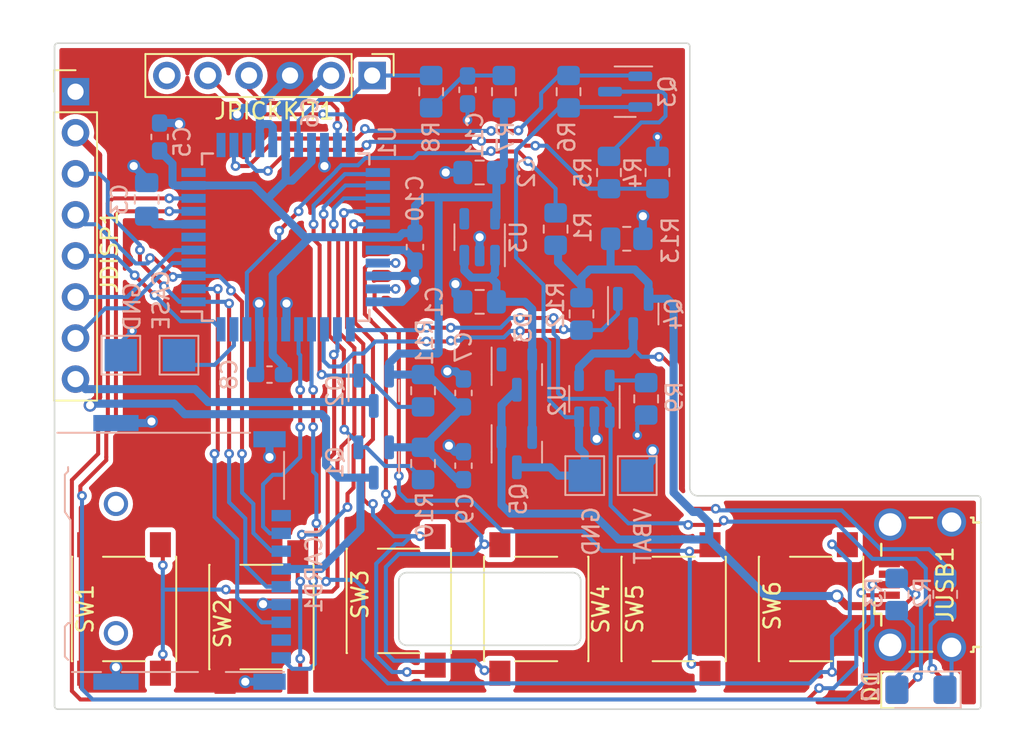
<source format=kicad_pcb>
(kicad_pcb (version 20211014) (generator pcbnew)
  (title_block (title "DatakeyBoard") (rev "1"))
  (layers (0 "F.Cu" signal) (31 "B.Cu" signal) (34 "B.Paste" user) (35 "F.Paste" user) (36 "B.SilkS" user "B.Silkscreen") (37 "F.SilkS" user "F.Silkscreen") (38 "B.Mask" user) (39 "F.Mask" user) (44 "Edge.Cuts" user))
  (net 0 "")
  (net 1 "/VBAT")
  (net 2 "GND")
  (net 3 "+3V0")
  (net 4 "Net-(C3-Pad2)")
  (net 5 "/VUSB")
  (net 7 "/SDCard_CS")
  (net 8 "/MOSI")
  (net 9 "/VPER")
  (net 10 "/SCLK")
  (net 11 "/MISO")
  (net 13 "/SDCard_CD")
  (net 14 "/CASE")
  (net 15 "/RES_D")
  (net 16 "/RS_D")
  (net 17 "/CS_D")
  (net 18 "/LEDA")
  (net 19 "/RESET")
  (net 20 "Net-(JPICKKIT1-Pad4)")
  (net 21 "Net-(JPICKKIT1-Pad5)")
  (net 23 "Net-(C1-Pad1)")
  (net 24 "Net-(U2-Pad4)")
  (net 26 "/PER_PWR")
  (net 27 "/OC1")
  (net 28 "/VOLT_PWR")
  (net 29 "Net-(Q3-Pad3)")
  (net 30 "Net-(R1-Pad1)")
  (net 31 "/CHRG")
  (net 32 "/VOLT_READ")
  (net 33 "Net-(R9-Pad2)")
  (net 34 "/BTN1")
  (net 35 "/BTN2")
  (net 36 "/BTN3")
  (net 37 "/BTN5")
  (net 38 "/BTN6")
  (net 42 "/BTN4")
  (net 43 "/CHRG_PWR")
  (net 45 "Net-(C11-Pad1)")
  (net 47 "Net-(U1-Pad9)")
  (net 48 "Net-(U1-Pad8)")
  (net 49 "Net-(D1-Pad2)")
  (net 50 "Net-(R3-Pad2)")
  (footprint "Button_Switch_SMD:SW_Push_1P1T_NO_6x6mm_H9.5mm" (layer "F.Cu") (at 113.5 140.5 90)
    (fp_text reference "SW2")
    (fp_text value "SW_Push")
  )
  (footprint "Button_Switch_SMD:SW_Push_1P1T_NO_6x6mm_H9.5mm" (layer "F.Cu") (at 105 140 90)
    (fp_text reference "SW1")
    (fp_text value "SW_Push")
  )
  (footprint "Connector_PinHeader_2.54mm:PinHeader_1x08_P2.54mm_Vertical" (layer "F.Cu") (at 102 108)
    (fp_text reference "JDISP1")
    (fp_text value "Conn_01x08")
  )
  (footprint "Diode_SMD:D_1206_3216Metric_Pad1.42x1.75mm_HandSolder" (layer "F.Cu") (at 154.3 145)
    (fp_text reference "D1")
    (fp_text value "LED")
  )
  (footprint "Button_Switch_SMD:SW_Push_1P1T_NO_6x6mm_H9.5mm" (layer "F.Cu") (at 139 140 90)
    (fp_text reference "SW5")
    (fp_text value "SW_Push")
  )
  (footprint "Button_Switch_SMD:SW_Push_1P1T_NO_6x6mm_H9.5mm" (layer "F.Cu") (at 122 139.5 90)
    (fp_text reference "SW3")
    (fp_text value "SW_Push")
  )
  (footprint "Library:USB_Micro-B_Unknown" (layer "F.Cu") (at 154.245 138.5 90)
    (fp_text reference "JUSB1")
    (fp_text value "USB_OTG")
  )
  (footprint "Button_Switch_SMD:SW_Push_1P1T_NO_6x6mm_H9.5mm" (layer "F.Cu") (at 147.5 140 90)
    (fp_text reference "SW6")
    (fp_text value "SW_Push")
  )
  (footprint "Connector_PinHeader_2.54mm:PinHeader_1x06_P2.54mm_Vertical" (layer "F.Cu") (at 120.35 107 -90)
    (fp_text reference "JPICKKIT1")
    (fp_text value "Conn_01x06")
  )
  (footprint "Button_Switch_SMD:SW_Push_1P1T_NO_6x6mm_H9.5mm" (layer "F.Cu") (at 130.5 140 -90)
    (fp_text reference "SW4")
    (fp_text value "SW_Push")
  )
  (footprint "Library:microSD_Unknown" (layer "B.Cu") (at 107 137 90)
    (fp_text reference "JCARD1")
    (fp_text value "Micro_SD_Card_Det")
  )
  (footprint "Package_QFP:TQFP-44_10x10mm_P0.8mm" (layer "B.Cu") (at 115 117)
    (fp_text reference "U1")
    (fp_text value "PIC24FJ128GB204")
  )
  (footprint "Resistor_SMD:R_0805_2012Metric_Pad1.20x1.40mm_HandSolder" (layer "B.Cu") (at 131.7 116.5 -90)
    (fp_text reference "R1")
    (fp_text value "100")
  )
  (footprint "TestPoint:TestPoint_Pad_2.0x2.0mm" (layer "B.Cu") (at 104.8 124.3 180)
    (fp_text reference "JCASE2" hide)
    (fp_text value "Conn_01x01")
  )
  (footprint "Capacitor_SMD:C_0603_1608Metric_Pad1.08x0.95mm_HandSolder" (layer "B.Cu") (at 123 117.6125 -90)
    (fp_text reference "C10")
    (fp_text value "100nF")
  )
  (footprint "Resistor_SMD:R_0805_2012Metric_Pad1.20x1.40mm_HandSolder" (layer "B.Cu") (at 135 113 -90)
    (fp_text reference "R5")
    (fp_text value "2.2k")
  )
  (footprint "Capacitor_SMD:C_0603_1608Metric_Pad1.08x0.95mm_HandSolder" (layer "B.Cu") (at 114.1375 109 180)
    (fp_text reference "C6")
    (fp_text value "100nF")
  )
  (footprint "Package_TO_SOT_SMD:SOT-23-5" (layer "B.Cu") (at 127 117 90)
    (fp_text reference "U3")
    (fp_text value "STLQ015M30R")
  )
  (footprint "Package_TO_SOT_SMD:SOT-23-5" (layer "B.Cu") (at 134.1 127 90)
    (fp_text reference "U2")
    (fp_text value "MCP73831-2-OT")
  )
  (footprint "Resistor_SMD:R_0805_2012Metric_Pad1.20x1.40mm_HandSolder" (layer "B.Cu") (at 123.5 131 90)
    (fp_text reference "R10")
    (fp_text value "10k")
  )
  (footprint "Resistor_SMD:R_0805_2012Metric_Pad1.20x1.40mm_HandSolder" (layer "B.Cu") (at 123.5 126.5 -90)
    (fp_text reference "R11")
    (fp_text value "10k")
  )
  (footprint "Resistor_SMD:R_0805_2012Metric_Pad1.20x1.40mm_HandSolder" (layer "B.Cu") (at 138 113 90)
    (fp_text reference "R4")
    (fp_text value "1k")
  )
  (footprint "Resistor_SMD:R_0805_2012Metric_Pad1.20x1.40mm_HandSolder" (layer "B.Cu") (at 136.1 117.1 180)
    (fp_text reference "R13")
    (fp_text value "10k")
  )
  (footprint "Capacitor_SMD:C_0805_2012Metric_Pad1.18x1.45mm_HandSolder" (layer "B.Cu") (at 127 113 180)
    (fp_text reference "C2")
    (fp_text value "10uF")
  )
  (footprint "TestPoint:TestPoint_Pad_2.0x2.0mm" (layer "B.Cu") (at 136.75 131.75 180)
    (fp_text reference "JBAT2" hide)
    (fp_text value "Conn_01x01")
  )
  (footprint "Capacitor_SMD:C_0603_1608Metric_Pad1.08x0.95mm_HandSolder" (layer "B.Cu") (at 126 126.6375 90)
    (fp_text reference "C7")
    (fp_text value "100nF")
  )
  (footprint "Package_TO_SOT_SMD:SOT-23" (layer "B.Cu") (at 129.3 125.5 -90)
    (fp_text reference "D3")
    (fp_text value "BAS40-06")
  )
  (footprint "TestPoint:TestPoint_Pad_2.0x2.0mm" (layer "B.Cu") (at 133.5 131.75)
    (fp_text reference "JBAT1" hide)
    (fp_text value "Conn_01x01")
  )
  (footprint "Package_TO_SOT_SMD:SOT-23" (layer "B.Cu") (at 120.45 130.9375 -90)
    (fp_text reference "Q1")
    (fp_text value "BSS83P")
  )
  (footprint "Capacitor_SMD:C_0603_1608Metric_Pad1.08x0.95mm_HandSolder" (layer "B.Cu") (at 107.2 110.8 90)
    (fp_text reference "C5")
    (fp_text value "100nF")
  )
  (footprint "Resistor_SMD:R_0805_2012Metric_Pad1.20x1.40mm_HandSolder" (layer "B.Cu") (at 152.8 139.1 -90)
    (fp_text reference "R3")
    (fp_text value "1k")
  )
  (footprint "Resistor_SMD:R_0805_2012Metric_Pad1.20x1.40mm_HandSolder" (layer "B.Cu") (at 124 108 90)
    (fp_text reference "R8")
    (fp_text value "100k")
  )
  (footprint "Package_TO_SOT_SMD:SOT-23" (layer "B.Cu") (at 120.45 126.5 -90)
    (fp_text reference "Q2")
    (fp_text value "BSS83P")
  )
  (footprint "Capacitor_SMD:C_0603_1608Metric_Pad1.08x0.95mm_HandSolder" (layer "B.Cu") (at 114 125.5 180)
    (fp_text reference "C8")
    (fp_text value "100nF")
  )
  (footprint "Resistor_SMD:R_0805_2012Metric_Pad1.20x1.40mm_HandSolder" (layer "B.Cu") (at 133.3 121.75 90)
    (fp_text reference "R12")
    (fp_text value "10k")
  )
  (footprint "Capacitor_SMD:C_0603_1608Metric_Pad1.08x0.95mm_HandSolder" (layer "B.Cu") (at 126 131.1375 90)
    (fp_text reference "C9")
    (fp_text value "100nF")
  )
  (footprint "Capacitor_SMD:C_0805_2012Metric_Pad1.18x1.45mm_HandSolder" (layer "B.Cu") (at 127 121 180)
    (fp_text reference "C1")
    (fp_text value "10uF")
  )
  (footprint "Resistor_SMD:R_0805_2012Metric_Pad1.20x1.40mm_HandSolder" (layer "B.Cu") (at 155.8 139.1 90)
    (fp_text reference "R2")
    (fp_text value "1k")
  )
  (footprint "TestPoint:TestPoint_Pad_2.0x2.0mm" (layer "B.Cu") (at 108.4 124.3 180)
    (fp_text reference "JCASE1" hide)
    (fp_text value "Conn_01x01")
  )
  (footprint "Capacitor_SMD:C_0603_1608Metric_Pad1.08x0.95mm_HandSolder" (layer "B.Cu") (at 126.25 107.8875 -90)
    (fp_text reference "C11")
    (fp_text value "100nF")
  )
  (footprint "Resistor_SMD:R_0805_2012Metric_Pad1.20x1.40mm_HandSolder" (layer "B.Cu") (at 128.5 108 90)
    (fp_text reference "R7")
    (fp_text value "10k")
  )
  (footprint "Package_TO_SOT_SMD:SOT-23" (layer "B.Cu") (at 136.5 121.75 -90)
    (fp_text reference "Q4")
    (fp_text value "BSS83P")
  )
  (footprint "Package_TO_SOT_SMD:SOT-23" (layer "B.Cu") (at 136 108 180)
    (fp_text reference "Q3")
    (fp_text value "BSS83P")
  )
  (footprint "Resistor_SMD:R_0805_2012Metric_Pad1.20x1.40mm_HandSolder" (layer "B.Cu") (at 132.5 108 90)
    (fp_text reference "R6")
    (fp_text value "10k")
  )
  (footprint "Diode_SMD:D_1206_3216Metric_Pad1.42x1.75mm_HandSolder" (layer "B.Cu") (at 154.3 145 180)
    (fp_text reference "D2")
    (fp_text value "LED")
  )
  (footprint "Package_TO_SOT_SMD:SOT-23" (layer "B.Cu") (at 129.3 130.3 -90)
    (fp_text reference "Q5")
    (fp_text value "BSS83P")
  )
  (footprint "Resistor_SMD:R_0805_2012Metric_Pad1.20x1.40mm_HandSolder" (layer "B.Cu") (at 137.3 127 90)
    (fp_text reference "R9")
    (fp_text value "10k")
  )
  (footprint "Capacitor_SMD:C_0805_2012Metric_Pad1.18x1.45mm_HandSolder" (layer "B.Cu") (at 106.4 114.6625 -90)
    (fp_text reference "C3")
    (fp_text value "10uF")
  )
  (gr_arc (start 122.5 142.25) (mid 122.146447 142.103553) (end 122 141.75) (layer "Edge.Cuts") (width 0.1))
  (gr_line (start 100.9 105) (end 139.8 105) (layer "Edge.Cuts") (width 0.1))
  (gr_line (start 133.25 138.75) (end 133.25 141.75) (layer "Edge.Cuts") (width 0.1))
  (gr_line (start 141 133) (end 157.8 133) (layer "Edge.Cuts") (width 0.1))
  (gr_line (start 132.75 142.25) (end 132.292893 142.25) (layer "Edge.Cuts") (width 0.1))
  (gr_line (start 122 138.75) (end 122 141.25) (layer "Edge.Cuts") (width 0.1))
  (gr_line (start 132.292893 137.75) (end 132.75 137.75) (layer "Edge.Cuts") (width 0.1))
  (gr_line (start 140 132.5) (end 140 132) (layer "Edge.Cuts") (width 0.1))
  (gr_line (start 158 133.2) (end 158 146) (layer "Edge.Cuts") (width 0.1))
  (gr_line (start 122 138.75) (end 122 138.25) (layer "Edge.Cuts") (width 0.1))
  (gr_arc (start 132.75 137.75) (mid 133.103553 137.896447) (end 133.25 138.25) (layer "Edge.Cuts") (width 0.1))
  (gr_arc (start 100.9 146.2) (mid 100.758579 146.141421) (end 100.7 146) (layer "Edge.Cuts") (width 0.1))
  (gr_line (start 123 137.75) (end 131 137.75) (layer "Edge.Cuts") (width 0.1))
  (gr_line (start 132.292893 142.25) (end 131 142.25) (layer "Edge.Cuts") (width 0.1))
  (gr_line (start 133.25 138.25) (end 133.25 138.75) (layer "Edge.Cuts") (width 0.1))
  (gr_line (start 141 133) (end 140.5 133) (layer "Edge.Cuts") (width 0.1))
  (gr_line (start 100.7 146) (end 100.7 105.2) (layer "Edge.Cuts") (width 0.1))
  (gr_line (start 131 137.75) (end 132.292893 137.75) (layer "Edge.Cuts") (width 0.1))
  (gr_line (start 123 142.25) (end 122.5 142.25) (layer "Edge.Cuts") (width 0.1))
  (gr_line (start 122 141.75) (end 122 141.25) (layer "Edge.Cuts") (width 0.1))
  (gr_arc (start 140.5 133) (mid 140.146447 132.853553) (end 140 132.5) (layer "Edge.Cuts") (width 0.1))
  (gr_arc (start 133.25 141.75) (mid 133.103553 142.103553) (end 132.75 142.25) (layer "Edge.Cuts") (width 0.1))
  (gr_arc (start 122 138.25) (mid 122.146447 137.896447) (end 122.5 137.75) (layer "Edge.Cuts") (width 0.1))
  (gr_arc (start 158 146) (mid 157.941421 146.141421) (end 157.8 146.2) (layer "Edge.Cuts") (width 0.1))
  (gr_line (start 140 105.2) (end 140 132) (layer "Edge.Cuts") (width 0.1))
  (gr_arc (start 157.8 133) (mid 157.941421 133.058579) (end 158 133.2) (layer "Edge.Cuts") (width 0.1))
  (gr_line (start 157.8 146.2) (end 100.9 146.2) (layer "Edge.Cuts") (width 0.1))
  (gr_arc (start 139.8 105) (mid 139.941421 105.058579) (end 140 105.2) (layer "Edge.Cuts") (width 0.1))
  (gr_line (start 122.5 137.75) (end 123 137.75) (layer "Edge.Cuts") (width 0.1))
  (gr_line (start 131 142.25) (end 123 142.25) (layer "Edge.Cuts") (width 0.1))
  (gr_arc (start 100.7 105.2) (mid 100.758579 105.058579) (end 100.9 105) (layer "Edge.Cuts") (width 0.1))
  (gr_text "GND" (at 133.9 135.2 90) (layer "B.SilkS") (effects (font (size 1 1)) (justify mirror)))
  (gr_text "CASE" (at 107.3 120.9 90) (layer "B.SilkS") (effects (font (size 1 1)) (justify mirror)))
  (gr_text "VBAT" (at 137.1 135.5 90) (layer "B.SilkS") (effects (font (size 1 1)) (justify mirror)))
  (gr_text "GND" (at 105.5 121.3 90) (layer "B.SilkS") (effects (font (size 1 1)) (justify mirror)))
  (segment (start 129.3 131.2375) (end 131.3625 131.2375) (width 0.5) (layer "B.Cu") (net 1))
  (segment (start 133.5 131.75) (end 131.875 131.75) (width 0.5) (layer "B.Cu") (net 1))
  (segment (start 131.9 109) (end 132.5 109) (width 0.25) (layer "B.Cu") (net 1))
  (segment (start 133.5 131.75) (end 133.5 130.4) (width 0.5) (layer "B.Cu") (net 1))
  (segment (start 133.15 130.05) (end 133.15 128.1375) (width 0.5) (layer "B.Cu") (net 1))
  (segment (start 129.25 111.65) (end 131.9 109) (width 0.25) (layer "B.Cu") (net 1))
  (segment (start 133.15 128.1375) (end 132.3375 128.1375) (width 0.25) (layer "B.Cu") (net 1))
  (segment (start 129.25 118.25) (end 129.25 111.65) (width 0.25) (layer "B.Cu") (net 1))
  (segment (start 131.3 123.5) (end 130.95 123.15) (width 0.25) (layer "B.Cu") (net 1))
  (segment (start 133.5 130.4) (end 133.15 130.05) (width 0.5) (layer "B.Cu") (net 1))
  (segment (start 136.9375 108.95) (end 132.55 108.95) (width 0.25) (layer "B.Cu") (net 1))
  (segment (start 131.3 127.1) (end 131.3 123.5) (width 0.25) (layer "B.Cu") (net 1))
  (segment (start 130.95 119.95) (end 129.25 118.25) (width 0.25) (layer "B.Cu") (net 1))
  (segment (start 132.55 108.95) (end 132.5 109) (width 0.25) (layer "B.Cu") (net 1))
  (segment (start 132.3375 128.1375) (end 131.3 127.1) (width 0.25) (layer "B.Cu") (net 1))
  (segment (start 131.875 131.75) (end 131.3625 131.2375) (width 0.5) (layer "B.Cu") (net 1))
  (segment (start 130.95 123.15) (end 130.95 119.95) (width 0.25) (layer "B.Cu") (net 1))
  (segment (start 133.325 143.4) (end 132.75 143.975) (width 0.25) (layer "F.Cu") (net 2))
  (segment (start 103.125 143.6) (end 102.75 143.975) (width 0.5) (layer "F.Cu") (net 2))
  (via (at 112.5 144.5) (size 0.8) (drill 0.5) (layers "F.Cu" "B.Cu") (net 2))
  (via (at 125 125.3) (size 0.8) (drill 0.5) (layers "F.Cu" "B.Cu") (net 2))
  (via (at 112 109.4) (size 0.8) (drill 0.5) (layers "F.Cu" "B.Cu") (net 2))
  (via (at 138 110.8) (size 0.6) (drill 0.3) (layers "F.Cu" "B.Cu") (net 2))
  (via (at 124.9 113) (size 0.8) (drill 0.5) (layers "F.Cu" "B.Cu") (net 2))
  (via (at 114 130.6) (size 0.8) (drill 0.5) (layers "F.Cu" "B.Cu") (net 2))
  (via (at 108.4 110) (size 0.8) (drill 0.5) (layers "F.Cu" "B.Cu") (net 2))
  (via (at 126.25 109.75) (size 0.6) (drill 0.3) (layers "F.Cu" "B.Cu") (net 2))
  (via (at 115.0495 121.1) (size 0.8) (drill 0.5) (layers "F.Cu" "B.Cu") (net 2))
  (via (at 113.3505 121.1) (size 0.8) (drill 0.5) (layers "F.Cu" "B.Cu") (net 2))
  (via (at 137.7 130.2) (size 0.8) (drill 0.5) (layers "F.Cu" "B.Cu") (net 2))
  (via (at 104.5 143.6) (size 0.8) (drill 0.5) (layers "F.Cu" "B.Cu") (net 2))
  (via (at 125.1 129.9) (size 0.8) (drill 0.5) (layers "F.Cu" "B.Cu") (net 2))
  (via (at 105.5 122.8) (size 0.6) (drill 0.3) (layers "F.Cu" "B.Cu") (net 2))
  (via (at 105.6 112.6) (size 0.8) (drill 0.5) (layers "F.Cu" "B.Cu") (net 2))
  (via (at 137.1 115.7) (size 0.8) (drill 0.5) (layers "F.Cu" "B.Cu") (net 2))
  (via (at 134.237573 129.47853) (size 0.8) (drill 0.5) (layers "F.Cu" "B.Cu") (net 2))
  (via (at 136.75 129.25) (size 0.6) (drill 0.3) (layers "F.Cu" "B.Cu") (net 2))
  (via (at 113.6 139.7) (size 0.8) (drill 0.5) (layers "F.Cu" "B.Cu") (net 2))
  (via (at 125.5 119.9) (size 0.8) (drill 0.5) (layers "F.Cu" "B.Cu") (net 2))
  (via (at 106.7 128.4) (size 0.8) (drill 0.5) (layers "F.Cu" "B.Cu") (net 2))
  (via (at 117.4 112.6) (size 0.8) (drill 0.5) (layers "F.Cu" "B.Cu") (net 2))
  (via (at 123 119.7) (size 0.8) (drill 0.5) (layers "F.Cu" "B.Cu") (net 2))
  (via (at 127 117) (size 0.8) (drill 0.5) (layers "F.Cu" "B.Cu") (net 2))
  (segment (start 134.1 129.340957) (end 134.237573 129.47853) (width 0.5) (layer "B.Cu") (net 2))
  (segment (start 115.0495 121.1) (end 115.0495 122.6505) (width 0.5) (layer "B.Cu") (net 2))
  (segment (start 137.3 128) (end 136.75 128.55) (width 0.25) (layer "B.Cu") (net 2))
  (segment (start 113.625 139.725) (end 113.6 139.7) (width 0.5) (layer "B.Cu") (net 2))
  (segment (start 137.1 117.1) (end 137.1 115.7) (width 0.5) (layer "B.Cu") (net 2))
  (segment (start 114.2 110.2) (end 114 110) (width 0.5) (layer "B.Cu") (net 2))
  (segment (start 117.4 112.6) (end 117.3495 112.5495) (width 0.5) (layer "B.Cu") (net 2))
  (segment (start 113.4 111.3) (end 113.4 110.2) (width 0.5) (layer "B.Cu") (net 2))
  (segment (start 113.6 110) (end 113.4 110.2) (width 0.5) (layer "B.Cu") (net 2))
  (segment (start 107.2 109.9375) (end 108.3375 109.9375) (width 0.5) (layer "B.Cu") (net 2))
  (segment (start 138 112) (end 138 110.8) (width 0.25) (layer "B.Cu") (net 2))
  (segment (start 113.4 110.2) (end 113.4 109.125) (width 0.5) (layer "B.Cu") (net 2))
  (segment (start 114 129.5) (end 114 130.6) (width 0.5) (layer "B.Cu") (net 2))
  (segment (start 114.725 139.725) (end 113.625 139.725) (width 0.5) (layer "B.Cu") (net 2))
  (segment (start 134.1 128.1375) (end 134.1 129.340957) (width 0.5) (layer "B.Cu") (net 2))
  (segment (start 106.4 113.4) (end 105.6 112.6) (width 0.5) (layer "B.Cu") (net 2))
  (segment (start 114.2 111.3) (end 114.2 110.2) (width 0.5) (layer "B.Cu") (net 2))
  (segment (start 104.5 128.5) (end 106.6 128.5) (width 0.5) (layer "B.Cu") (net 2))
  (segment (start 113.3505 121.1) (end 113.3505 122.6505) (width 0.5) (layer "B.Cu") (net 2))
  (segment (start 125.1 129.9) (end 125.475 130.275) (width 0.5) (layer "B.Cu") (net 2))
  (segment (start 126.25 108.75) (end 126.25 109.75) (width 0.25) (layer "B.Cu") (net 2))
  (segment (start 113.4 125.2375) (end 113.1375 125.5) (width 0.5) (layer "B.Cu") (net 2))
  (segment (start 127 118.1375) (end 127 117) (width 0.5) (layer "B.Cu") (net 2))
  (segment (start 113.4 122.7) (end 113.4 125.2375) (width 0.5) (layer "B.Cu") (net 2))
  (segment (start 137.7 130.2) (end 137.7 130.8) (width 0.5) (layer "B.Cu") (net 2))
  (segment (start 104.8 124.3) (end 104.8 123.5) (width 0.25) (layer "B.Cu") (net 2))
  (segment (start 125.525 125.3) (end 126 125.775) (width 0.5) (layer "B.Cu") (net 2))
  (segment (start 108.3375 109.9375) (end 108.4 110) (width 0.5) (layer "B.Cu") (net 2))
  (segment (start 122.7 119.4) (end 123 119.7) (width 0.5) (layer "B.Cu") (net 2))
  (segment (start 123 118.475) (end 123 119.7) (width 0.5) (layer "B.Cu") (net 2))
  (segment (start 113.275 109) (end 113.275 108.995) (width 0.5) (layer "B.Cu") (net 2))
  (segment (start 137.7 130.8) (end 136.75 131.75) (width 0.5) (layer "B.Cu") (net 2))
  (segment (start 114 110) (end 113.6 110) (width 0.5) (layer "B.Cu") (net 2))
  (segment (start 156.195 144.5925) (end 156.195 142.375) (width 0.25) (layer "B.Cu") (net 2))
  (segment (start 113.3505 122.6505) (end 113.4 122.7) (width 0.5) (layer "B.Cu") (net 2))
  (segment (start 113.4 109.125) (end 113.275 109) (width 0.5) (layer "B.Cu") (net 2))
  (segment (start 125 125.3) (end 125.525 125.3) (width 0.5) (layer "B.Cu") (net 2))
  (segment (start 122.2 121) (end 123 120.2) (width 0.5) (layer "B.Cu") (net 2))
  (segment (start 120.7 121) (end 122.2 121) (width 0.5) (layer "B.Cu") (net 2))
  (segment (start 117.3495 111.3505) (end 117.4 111.3) (width 0.5) (layer "B.Cu") (net 2))
  (segment (start 112.4 109) (end 112 109.4) (width 0.5) (layer "B.Cu") (net 2))
  (segment (start 123 118.4) (end 123 118.475) (width 0.5) (layer "B.Cu") (net 2))
  (segment (start 123 120.2) (end 123 119.7) (width 0.5) (layer "B.Cu") (net 2))
  (segment (start 106.6 128.5) (end 106.7 128.4) (width 0.5) (layer "B.Cu") (net 2))
  (segment (start 125.5 119.9) (end 125.5 120.5375) (width 0.5) (layer "B.Cu") (net 2))
  (segment (start 120.7 119.4) (end 122.7 119.4) (width 0.5) (layer "B.Cu") (net 2))
  (segment (start 155.7875 145) (end 156.195 144.5925) (width 0.25) (layer "B.Cu") (net 2))
  (segment (start 106.4 113.625) (end 106.4 113.4) (width 0.5) (layer "B.Cu") (net 2))
  (segment (start 104.8 123.5) (end 105.5 122.8) (width 0.25) (layer "B.Cu") (net 2))
  (segment (start 125.475 130.275) (end 126 130.275) (width 0.5) (layer "B.Cu") (net 2))
  (segment (start 120.7 117.8) (end 122.4 117.8) (width 0.5) (layer "B.Cu") (net 2))
  (segment (start 136.75 128.55) (end 136.75 129.25) (width 0.25) (layer "B.Cu") (net 2))
  (segment (start 122.4 117.8) (end 123 118.4) (width 0.5) (layer "B.Cu") (net 2))
  (segment (start 124.9 113) (end 125.9625 113) (width 0.5) (layer "B.Cu") (net 2))
  (segment (start 125.5 120.5375) (end 125.9625 121) (width 0.5) (layer "B.Cu") (net 2))
  (segment (start 114 144.5) (end 112.5 144.5) (width 0.5) (layer "B.Cu") (net 2))
  (segment (start 113.275 108.995) (end 115.27 107) (width 0.5) (layer "B.Cu") (net 2))
  (segment (start 117.3495 112.5495) (end 117.3495 111.3505) (width 0.5) (layer "B.Cu") (net 2))
  (segment (start 113.275 109) (end 112.4 109) (width 0.5) (layer "B.Cu") (net 2))
  (segment (start 104.5 144.5) (end 104.5 143.6) (width 0.5) (layer "B.Cu") (net 2))
  (segment (start 115.0495 122.6505) (end 115 122.7) (width 0.5) (layer "B.Cu") (net 2))
  (segment (start 114.2 122.7) (end 114.2 124.3) (width 0.5) (layer "B.Cu") (net 3))
  (segment (start 124.4 124.2) (end 124.4625 124.1375) (width 0.5) (layer "B.Cu") (net 3))
  (segment (start 125.6 132) (end 123.6 130) (width 0.5) (layer "B.Cu") (net 3))
  (segment (start 123.5 130) (end 121.4 130) (width 0.5) (layer "B.Cu") (net 3))
  (segment (start 115.4 109) (end 117.4 107) (width 0.5) (layer "B.Cu") (net 3))
  (segment (start 116.2 117) (end 116.5 117) (width 0.5) (layer "B.Cu") (net 3))
  (segment (start 128.0375 113) (end 128.5 112.5375) (width 0.5) (layer "B.Cu") (net 3))
  (segment (start 123.5 125.5) (end 121.4625 125.5) (width 0.5) (layer "B.Cu") (net 3))
  (segment (start 109.3 113.8) (end 108.1 113.8) (width 0.5) (layer "B.Cu") (net 3))
  (segment (start 126 127.5) (end 125.8 127.5) (width 0.5) (layer "B.Cu") (net 3))
  (segment (start 113.75 114.55) (end 116.2 117) (width 0.5) (layer "B.Cu") (net 3))
  (segment (start 128.0375 114.5375) (end 124.4625 114.5375) (width 0.5) (layer "B.Cu") (net 3))
  (segment (start 117.4 107) (end 117.81 107) (width 0.5) (layer "B.Cu") (net 3))
  (segment (start 108 112.4625) (end 107.2 111.6625) (width 0.5) (layer "B.Cu") (net 3))
  (segment (start 128.0375 115.775) (end 127.95 115.8625) (width 0.5) (layer "B.Cu") (net 3))
  (segment (start 108.1 113.8) (end 108 113.7) (width 0.5) (layer "B.Cu") (net 3))
  (segment (start 115 113.5) (end 113.95 114.55) (width 0.5) (layer "B.Cu") (net 3))
  (segment (start 122 124.2) (end 124.4 124.2) (width 0.5) (layer "B.Cu") (net 3))
  (segment (start 113.95 114.55) (end 113.75 114.55) (width 0.5) (layer "B.Cu") (net 3))
  (segment (start 121.4 124.8) (end 122 124.2) (width 0.5) (layer "B.Cu") (net 3))
  (segment (start 109.3 113.8) (end 113 113.8) (width 0.5) (layer "B.Cu") (net 3))
  (segment (start 115 111.3) (end 115 109) (width 0.5) (layer "B.Cu") (net 3))
  (segment (start 115.4 113.5) (end 116.6 112.3) (width 0.5) (layer "B.Cu") (net 3))
  (segment (start 122 117) (end 120.7 117) (width 0.5) (layer "B.Cu") (net 3))
  (segment (start 123 116.75) (end 123 115.075) (width 0.5) (layer "B.Cu") (net 3))
  (segment (start 114.2 124.3) (end 114.8625 124.9625) (width 0.5) (layer "B.Cu") (net 3))
  (segment (start 108 113.7) (end 108 112.4625) (width 0.5) (layer "B.Cu") (net 3))
  (segment (start 128.0375 113) (end 128.0375 114.5375) (width 0.5) (layer "B.Cu") (net 3))
  (segment (start 128.5 112.5375) (end 128.5 109) (width 0.5) (layer "B.Cu") (net 3))
  (segment (start 126 132) (end 125.6 132) (width 0.5) (layer "B.Cu") (net 3))
  (segment (start 116.6 112.3) (end 116.6 111.3) (width 0.5) (layer "B.Cu") (net 3))
  (segment (start 121.4625 125.5) (end 121.4 125.5625) (width 0.5) (layer "B.Cu") (net 3))
  (segment (start 114.2 119.3) (end 114.2 122.7) (width 0.5) (layer "B.Cu") (net 3))
  (segment (start 115 109) (end 115.4 109) (width 0.5) (layer "B.Cu") (net 3))
  (segment (start 122 117) (end 122.25 116.75) (width 0.5) (layer "B.Cu") (net 3))
  (segment (start 114.2 119.3) (end 115.35 118.15) (width 0.5) (layer "B.Cu") (net 3))
  (segment (start 124.4625 124.1375) (end 124.4625 114.5375) (width 0.5) (layer "B.Cu") (net 3))
  (segment (start 122.25 116.75) (end 123 116.75) (width 0.5) (layer "B.Cu") (net 3))
  (segment (start 123.5 130) (end 126 127.5) (width 0.5) (layer "B.Cu") (net 3))
  (segment (start 123.8 125.5) (end 123.5 125.5) (width 0.5) (layer "B.Cu") (net 3))
  (segment (start 121.4 125.5625) (end 121.4 124.8) (width 0.5) (layer "B.Cu") (net 3))
  (segment (start 114.8625 124.9625) (end 114.8625 125.5) (width 0.5) (layer "B.Cu") (net 3))
  (segment (start 123.6 130) (end 123.5 130) (width 0.5) (layer "B.Cu") (net 3))
  (segment (start 123 115.075) (end 123.5375 114.5375) (width 0.5) (layer "B.Cu") (net 3))
  (segment (start 124.4625 114.5375) (end 123.5375 114.5375) (width 0.5) (layer "B.Cu") (net 3))
  (segment (start 113 113.8) (end 113.75 114.55) (width 0.5) (layer "B.Cu") (net 3))
  (segment (start 115 113.5) (end 115.4 113.5) (width 0.5) (layer "B.Cu") (net 3))
  (segment (start 119 117) (end 120.7 117) (width 0.5) (layer "B.Cu") (net 3))
  (segment (start 115.35 118.15) (end 116.5 117) (width 0.5) (layer "B.Cu") (net 3))
  (segment (start 128.0375 114.5375) (end 128.0375 115.775) (width 0.5) (layer "B.Cu") (net 3))
  (segment (start 116.5 117) (end 119 117) (width 0.5) (layer "B.Cu") (net 3))
  (segment (start 115 111.3) (end 115 113.5) (width 0.5) (layer "B.Cu") (net 3))
  (segment (start 125.8 127.5) (end 123.8 125.5) (width 0.5) (layer "B.Cu") (net 3))
  (segment (start 106.9 116.2) (end 106.4 115.7) (width 0.5) (layer "B.Cu") (net 4))
  (segment (start 109.3 116.2) (end 106.9 116.2) (width 0.5) (layer "B.Cu") (net 4))
  (segment (start 149.725 139.825) (end 152.345 139.825) (width 0.5) (layer "F.Cu") (net 5))
  (segment (start 153.945 139.1) (end 153.245 139.8) (width 0.25) (layer "F.Cu") (net 5))
  (segment (start 153.9755 139.1) (end 153.945 139.1) (width 0.25) (layer "F.Cu") (net 5))
  (segment (start 153.245 139.8) (end 152.345 139.8) (width 0.25) (layer "F.Cu") (net 5))
  (segment (start 149.1 139.2) (end 149.725 139.825) (width 0.5) (layer "F.Cu") (net 5))
  (via (at 149.1 139.2) (size 0.8) (drill 0.5) (layers "F.Cu" "B.Cu") (net 5))
  (via (at 153.9755 139.1) (size 0.6) (drill 0.3) (layers "F.Cu" "B.Cu") (net 5))
  (segment (start 133.3 120) (end 131.85 118.55) (width 0.5) (layer "B.Cu") (net 5))
  (segment (start 128.35 127.3875) (end 129.3 126.4375) (width 0.5) (layer "B.Cu") (net 5))
  (segment (start 128.35 133.55) (end 128.35 129.3625) (width 0.5) (layer "B.Cu") (net 5))
  (segment (start 144.7 139.2) (end 141.2 135.7) (width 0.5) (layer "B.Cu") (net 5))
  (segment (start 131.85 117.65) (end 131.7 117.5) (width 0.5) (layer "B.Cu") (net 5))
  (segment (start 149.1 139.2) (end 147.2 139.2) (width 0.5) (layer "B.Cu") (net 5))
  (segment (start 139 132.8) (end 139 121.2) (width 0.5) (layer "B.Cu") (net 5))
  (segment (start 133.3 119.5) (end 133.3 120.75) (width 0.5) (layer "B.Cu") (net 5))
  (segment (start 135.6 135.7) (end 134 134.1) (width 0.5) (layer "B.Cu") (net 5))
  (segment (start 153.8 139.1) (end 152.8 138.1) (width 0.25) (layer "B.Cu") (net 5))
  (segment (start 135.1 117.1) (end 135.1 118.9) (width 0.5) (layer "B.Cu") (net 5))
  (segment (start 140.1 135.689303) (end 138.910697 135.689303) (width 0.5) (layer "B.Cu") (net 5))
  (segment (start 141.2 135.7) (end 141.2 134.660661) (width 0.5) (layer "B.Cu") (net 5))
  (segment (start 141.2 135.7) (end 140.1 135.7) (width 0.5) (layer "B.Cu") (net 5))
  (segment (start 136.6 119) (end 135.2 119) (width 0.5) (layer "B.Cu") (net 5))
  (segment (start 147.2 139.2) (end 144.7 139.2) (width 0.5) (layer "B.Cu") (net 5))
  (segment (start 138.910697 135.689303) (end 138.9 135.7) (width 0.5) (layer "B.Cu") (net 5))
  (segment (start 138.6125 120.8125) (end 137.45 120.8125) (width 0.5) (layer "B.Cu") (net 5))
  (segment (start 140.2 134) (end 139 132.8) (width 0.5) (layer "B.Cu") (net 5))
  (segment (start 131.85 118.55) (end 131.85 117.65) (width 0.5) (layer "B.Cu") (net 5))
  (segment (start 138.9 135.7) (end 135.6 135.7) (width 0.5) (layer "B.Cu") (net 5))
  (segment (start 135.2 119) (end 133.8 119) (width 0.5) (layer "B.Cu") (net 5))
  (segment (start 133.8 119) (end 133.3 119.5) (width 0.5) (layer "B.Cu") (net 5))
  (segment (start 140.539339 134) (end 140.2 134) (width 0.5) (layer "B.Cu") (net 5))
  (segment (start 128.35 129.3625) (end 128.35 127.3875) (width 0.5) (layer "B.Cu") (net 5))
  (segment (start 141.2 134.660661) (end 140.539339 134) (width 0.5) (layer "B.Cu") (net 5))
  (segment (start 137.45 120.8125) (end 137.45 119.85) (width 0.5) (layer "B.Cu") (net 5))
  (segment (start 128.9 134.1) (end 128.35 133.55) (width 0.5) (layer "B.Cu") (net 5))
  (segment (start 135.1 118.9) (end 135.2 119) (width 0.5) (layer "B.Cu") (net 5))
  (segment (start 134 134.1) (end 128.9 134.1) (width 0.5) (layer "B.Cu") (net 5))
  (segment (start 153.9755 139.1) (end 153.8 139.1) (width 0.25) (layer "B.Cu") (net 5))
  (segment (start 133.3 120.75) (end 133.3 120) (width 0.5) (layer "B.Cu") (net 5))
  (segment (start 137.45 119.85) (end 136.6 119) (width 0.5) (layer "B.Cu") (net 5))
  (segment (start 139 121.2) (end 138.6125 120.8125) (width 0.5) (layer "B.Cu") (net 5))
  (segment (start 115.9 128.7495) (end 115.9 126.4505) (width 0.25) (layer "F.Cu") (net 7))
  (via (at 115.9 126.4505) (size 0.6) (drill 0.3) (layers "F.Cu" "B.Cu") (net 7))
  (via (at 115.9 128.7495) (size 0.6) (drill 0.3) (layers "F.Cu" "B.Cu") (net 7))
  (segment (start 115.8 124.2) (end 115.8 122.7) (width 0.25) (layer "B.Cu") (net 7))
  (segment (start 114.8 131.7) (end 114.2 131.7) (width 0.25) (layer "B.Cu") (net 7))
  (segment (start 113.6 132.3) (end 113.6 134.9) (width 0.25) (layer "B.Cu") (net 7))
  (segment (start 113.6 134.9) (end 114.025 135.325) (width 0.25) (layer "B.Cu") (net 7))
  (segment (start 114.025 135.325) (end 114.725 135.325) (width 0.25) (layer "B.Cu") (net 7))
  (segment (start 115.9 128.7495) (end 115.9 130.6) (width 0.25) (layer "B.Cu") (net 7))
  (segment (start 114.2 131.7) (end 113.6 132.3) (width 0.25) (layer "B.Cu") (net 7))
  (segment (start 115.9 130.6) (end 114.8 131.7) (width 0.25) (layer "B.Cu") (net 7))
  (segment (start 115.9 124.3) (end 115.8 124.2) (width 0.25) (layer "B.Cu") (net 7))
  (segment (start 115.9 126.4505) (end 115.9 124.3) (width 0.25) (layer "B.Cu") (net 7))
  (segment (start 112.3 120.995466) (end 111.613067 120.308533) (width 0.25) (layer "F.Cu") (net 8))
  (segment (start 106.854172 118.293157) (end 108.022096 119.461081) (width 0.25) (layer "F.Cu") (net 8))
  (segment (start 106.606843 118.293157) (end 106.854172 118.293157) (width 0.25) (layer "F.Cu") (net 8))
  (segment (start 112.3 130.4) (end 112.3 120.995466) (width 0.25) (layer "F.Cu") (net 8))
  (via (at 106.606843 118.293157) (size 0.6) (drill 0.3) (layers "F.Cu" "B.Cu") (net 8))
  (via (at 111.613067 120.308533) (size 0.6) (drill 0.3) (layers "F.Cu" "B.Cu") (net 8))
  (via (at 108.022096 119.461081) (size 0.6) (drill 0.3) (layers "F.Cu" "B.Cu") (net 8))
  (via (at 112.3 130.4) (size 0.6) (drill 0.3) (layers "F.Cu" "B.Cu") (net 8))
  (segment (start 110.883884 119.4) (end 109.3 119.4) (width 0.25) (layer "B.Cu") (net 8))
  (segment (start 106.606843 118.293157) (end 106.606843 118.477041) (width 0.25) (layer "B.Cu") (net 8))
  (segment (start 113 133.5) (end 113 135.3) (width 0.25) (layer "B.Cu") (net 8))
  (segment (start 106.458884 118.625) (end 105.725 118.625) (width 0.25) (layer "B.Cu") (net 8))
  (segment (start 111.613067 120.129183) (end 110.883884 119.4) (width 0.25) (layer "B.Cu") (net 8))
  (segment (start 109.3 119.4) (end 108.083177 119.4) (width 0.25) (layer "B.Cu") (net 8))
  (segment (start 108.083177 119.4) (end 108.022096 119.461081) (width 0.25) (layer "B.Cu") (net 8))
  (segment (start 105.725 118.625) (end 103.3 116.2) (width 0.25) (layer "B.Cu") (net 8))
  (segment (start 112.3 130.4) (end 112.3 132.8) (width 0.25) (layer "B.Cu") (net 8))
  (segment (start 114.125 136.425) (end 114.725 136.425) (width 0.25) (layer "B.Cu") (net 8))
  (segment (start 103.3 116.2) (end 102.58 116.2) (width 0.25) (layer "B.Cu") (net 8))
  (segment (start 102.58 116.2) (end 102 115.62) (width 0.25) (layer "B.Cu") (net 8))
  (segment (start 113 135.3) (end 114.125 136.425) (width 0.25) (layer "B.Cu") (net 8))
  (segment (start 106.606843 118.477041) (end 106.458884 118.625) (width 0.25) (layer "B.Cu") (net 8))
  (segment (start 112.3 132.8) (end 113 133.5) (width 0.25) (layer "B.Cu") (net 8))
  (segment (start 111.613067 120.308533) (end 111.613067 120.129183) (width 0.25) (layer "B.Cu") (net 8))
  (segment (start 103.4 111.94) (end 102 110.54) (width 0.5) (layer "F.Cu") (net 9))
  (segment (start 103.4 126.9) (end 103.4 111.94) (width 0.5) (layer "F.Cu") (net 9))
  (segment (start 102.9 127.4) (end 103.4 126.9) (width 0.5) (layer "F.Cu") (net 9))
  (via (at 102.9 127.4) (size 0.8) (drill 0.5) (layers "F.Cu" "B.Cu") (net 9))
  (segment (start 117.225 127.95) (end 117.5 128.225) (width 0.5) (layer "B.Cu") (net 9))
  (segment (start 117.5 131.1) (end 118.275 131.875) (width 0.5) (layer "B.Cu") (net 9))
  (segment (start 103 127.3) (end 108.1 127.3) (width 0.5) (layer "B.Cu") (net 9))
  (segment (start 118.275 131.875) (end 119.625 131.875) (width 0.5) (layer "B.Cu") (net 9))
  (segment (start 117.175 137.525) (end 114.725 137.525) (width 0.5) (layer "B.Cu") (net 9))
  (segment (start 119.625 135.075) (end 117.175 137.525) (width 0.5) (layer "B.Cu") (net 9))
  (segment (start 117.5 128.225) (end 117.5 131.1) (width 0.5) (layer "B.Cu") (net 9))
  (segment (start 120.45 131.875) (end 119.625 131.875) (width 0.5) (layer "B.Cu") (net 9))
  (segment (start 102.9 127.4) (end 103 127.3) (width 0.5) (layer "B.Cu") (net 9))
  (segment (start 108.75 127.95) (end 117.225 127.95) (width 0.5) (layer "B.Cu") (net 9))
  (segment (start 108.1 127.3) (end 108.75 127.95) (width 0.5) (layer "B.Cu") (net 9))
  (segment (start 119.625 131.875) (end 119.625 135.075) (width 0.5) (layer "B.Cu") (net 9))
  (segment (start 111.5 130.399503) (end 111.5 121.1) (width 0.25) (layer "F.Cu") (net 10))
  (segment (start 105.981843 118.551335) (end 107.466352 120.035844) (width 0.25) (layer "F.Cu") (net 10))
  (segment (start 111.500497 130.4) (end 111.5 130.399503) (width 0.25) (layer "F.Cu") (net 10))
  (segment (start 105.986386 117.788937) (end 105.986386 118.02973) (width 0.25) (layer "F.Cu") (net 10))
  (segment (start 105.986386 118.02973) (end 105.981843 118.034273) (width 0.25) (layer "F.Cu") (net 10))
  (segment (start 105.981843 118.034273) (end 105.981843 118.551335) (width 0.25) (layer "F.Cu") (net 10))
  (via (at 107.466352 120.035844) (size 0.6) (drill 0.3) (layers "F.Cu" "B.Cu") (net 10))
  (via (at 111.500497 130.4) (size 0.6) (drill 0.3) (layers "F.Cu" "B.Cu") (net 10))
  (via (at 105.986386 117.788937) (size 0.6) (drill 0.3) (layers "F.Cu" "B.Cu") (net 10))
  (via (at 111.5 121.1) (size 0.6) (drill 0.3) (layers "F.Cu" "B.Cu") (net 10))
  (segment (start 105.986386 117.788937) (end 105.986386 117.486386) (width 0.25) (layer "B.Cu") (net 10))
  (segment (start 107.466352 120.035844) (end 107.466352 120.041352) (width 0.25) (layer "B.Cu") (net 10))
  (segment (start 104 115.5) (end 104 113.6) (width 0.25) (layer "B.Cu") (net 10))
  (segment (start 105.986386 117.486386) (end 104 115.5) (width 0.25) (layer "B.Cu") (net 10))
  (segment (start 111.500497 133.400497) (end 112.5 134.4) (width 0.25) (layer "B.Cu") (net 10))
  (segment (start 111.5 121.1) (end 111.4 121) (width 0.25) (layer "B.Cu") (net 10))
  (segment (start 112.5 134.4) (end 112.5 137.3) (width 0.25) (layer "B.Cu") (net 10))
  (segment (start 104 113.6) (end 103.48 113.08) (width 0.25) (layer "B.Cu") (net 10))
  (segment (start 103.48 113.08) (end 102 113.08) (width 0.25) (layer "B.Cu") (net 10))
  (segment (start 113.825 138.625) (end 114.725 138.625) (width 0.25) (layer "B.Cu") (net 10))
  (segment (start 112.5 137.3) (end 113.825 138.625) (width 0.25) (layer "B.Cu") (net 10))
  (segment (start 111.500497 130.4) (end 111.500497 133.400497) (width 0.25) (layer "B.Cu") (net 10))
  (segment (start 108.425 121) (end 109.3 121) (width 0.25) (layer "B.Cu") (net 10))
  (segment (start 107.466352 120.041352) (end 108.425 121) (width 0.25) (layer "B.Cu") (net 10))
  (segment (start 111.4 121) (end 109.3 121) (width 0.25) (layer "B.Cu") (net 10))
  (segment (start 110.8 130.2) (end 110.8 120.2) (width 0.25) (layer "F.Cu") (net 11))
  (segment (start 110.6 130.4) (end 110.8 130.2) (width 0.25) (layer "F.Cu") (net 11))
  (via (at 110.8 120.2) (size 0.6) (drill 0.3) (layers "F.Cu" "B.Cu") (net 11))
  (via (at 110.6 130.4) (size 0.6) (drill 0.3) (layers "F.Cu" "B.Cu") (net 11))
  (segment (start 110.8 120.2) (end 109.3 120.2) (width 0.25) (layer "B.Cu") (net 11))
  (segment (start 112 139.3) (end 113.525 140.825) (width 0.25) (layer "B.Cu") (net 11))
  (segment (start 112 135.7) (end 112 139.3) (width 0.25) (layer "B.Cu") (net 11))
  (segment (start 110.6 130.4) (end 110.6 134.3) (width 0.25) (layer "B.Cu") (net 11))
  (segment (start 113.525 140.825) (end 114.725 140.825) (width 0.25) (layer "B.Cu") (net 11))
  (segment (start 110.6 134.3) (end 112 135.7) (width 0.25) (layer "B.Cu") (net 11))
  (segment (start 116.7 138.2745) (end 116.875145 138.099355) (width 0.25) (layer "F.Cu") (net 13))
  (segment (start 116.875145 134.724855) (end 116.9 134.7) (width 0.25) (layer "F.Cu") (net 13))
  (segment (start 116.7 126.450997) (end 116.7 128.7495) (width 0.25) (layer "F.Cu") (net 13))
  (segment (start 116.699503 126.4505) (end 116.7 126.450997) (width 0.25) (layer "F.Cu") (net 13))
  (segment (start 116.875145 138.099355) (end 116.875145 134.724855) (width 0.25) (layer "F.Cu") (net 13))
  (via (at 116.699503 126.4505) (size 0.6) (drill 0.3) (layers "F.Cu" "B.Cu") (net 13))
  (via (at 116.7 138.2745) (size 0.6) (drill 0.3) (layers "F.Cu" "B.Cu") (net 13))
  (via (at 116.9 134.7) (size 0.6) (drill 0.3) (layers "F.Cu" "B.Cu") (net 13))
  (via (at 116.7 128.7495) (size 0.6) (drill 0.3) (layers "F.Cu" "B.Cu") (net 13))
  (segment (start 116.699503 126.4505) (end 116.6 126.350997) (width 0.25) (layer "B.Cu") (net 13))
  (segment (start 116.9 131.7) (end 116.7 131.5) (width 0.25) (layer "B.Cu") (net 13))
  (segment (start 116.5 143.7) (end 115.4 143.7) (width 0.25) (layer "B.Cu") (net 13))
  (segment (start 115.4 143.7) (end 114.725 143.025) (width 0.25) (layer "B.Cu") (net 13))
  (segment (start 116.8 143.4) (end 116.5 143.7) (width 0.25) (layer "B.Cu") (net 13))
  (segment (start 116.9 134.7) (end 116.9 131.7) (width 0.25) (layer "B.Cu") (net 13))
  (segment (start 116.7 138.2745) (end 116.8 138.3745) (width 0.25) (layer "B.Cu") (net 13))
  (segment (start 116.8 138.3745) (end 116.8 143.4) (width 0.25) (layer "B.Cu") (net 13))
  (segment (start 116.7 131.5) (end 116.7 128.7495) (width 0.25) (layer "B.Cu") (net 13))
  (segment (start 116.6 126.350997) (end 116.6 122.7) (width 0.25) (layer "B.Cu") (net 13))
  (segment (start 110.6 124.9) (end 109 124.9) (width 0.25) (layer "B.Cu") (net 14))
  (segment (start 111.8 122.7) (end 111.8 123.7) (width 0.25) (layer "B.Cu") (net 14))
  (segment (start 109 124.9) (end 108.4 124.3) (width 0.25) (layer "B.Cu") (net 14))
  (segment (start 111.8 123.7) (end 110.6 124.9) (width 0.25) (layer "B.Cu") (net 14))
  (segment (start 106.891589 120.591589) (end 105.658411 119.358411) (width 0.25) (layer "F.Cu") (net 15))
  (via (at 105.658411 119.358411) (size 0.6) (drill 0.3) (layers "F.Cu" "B.Cu") (net 15))
  (via (at 106.891589 120.591589) (size 0.6) (drill 0.3) (layers "F.Cu" "B.Cu") (net 15))
  (segment (start 104.46 118.16) (end 102 118.16) (width 0.25) (layer "B.Cu") (net 15))
  (segment (start 110.5 122.2) (end 111 122.7) (width 0.25) (layer "B.Cu") (net 15))
  (segment (start 106.891589 120.591589) (end 108.5 122.2) (width 0.25) (layer "B.Cu") (net 15))
  (segment (start 105.658411 119.358411) (end 104.46 118.16) (width 0.25) (layer "B.Cu") (net 15))
  (segment (start 108.5 122.2) (end 110.5 122.2) (width 0.25) (layer "B.Cu") (net 15))
  (segment (start 109.3 117.8) (end 108.1 117.8) (width 0.25) (layer "B.Cu") (net 16))
  (segment (start 108.1 117.8) (end 105.2 120.7) (width 0.25) (layer "B.Cu") (net 16))
  (segment (start 105.2 120.7) (end 102 120.7) (width 0.25) (layer "B.Cu") (net 16))
  (segment (start 109.3 118.6) (end 108 118.6) (width 0.25) (layer "B.Cu") (net 17))
  (segment (start 103.84 121.4) (end 102 123.24) (width 0.25) (layer "B.Cu") (net 17))
  (segment (start 105.2 121.4) (end 103.84 121.4) (width 0.25) (layer "B.Cu") (net 17))
  (segment (start 108 118.6) (end 105.2 121.4) (width 0.25) (layer "B.Cu") (net 17))
  (segment (start 102.62 126.4) (end 109.4 126.4) (width 0.5) (layer "B.Cu") (net 18))
  (segment (start 110.2 127.2) (end 120.2125 127.2) (width 0.5) (layer "B.Cu") (net 18))
  (segment (start 109.4 126.4) (end 110.2 127.2) (width 0.5) (layer "B.Cu") (net 18))
  (segment (start 102 125.78) (end 102.62 126.4) (width 0.5) (layer "B.Cu") (net 18))
  (segment (start 120.2125 127.2) (end 120.45 127.4375) (width 0.5) (layer "B.Cu") (net 18))
  (segment (start 115.8 111.3) (end 115.8 109.8) (width 0.25) (layer "B.Cu") (net 19))
  (segment (start 118.85 108.5) (end 120.35 107) (width 0.25) (layer "B.Cu") (net 19))
  (segment (start 117.1 108.5) (end 118.85 108.5) (width 0.25) (layer "B.Cu") (net 19))
  (segment (start 115.8 109.8) (end 117.1 108.5) (width 0.25) (layer "B.Cu") (net 19))
  (segment (start 120.35 107) (end 124 107) (width 0.25) (layer "B.Cu") (net 19))
  (segment (start 113.6 108.7) (end 112.73 107.83) (width 0.25) (layer "F.Cu") (net 20))
  (segment (start 118.2 110.1) (end 118.2 109.1) (width 0.25) (layer "F.Cu") (net 20))
  (segment (start 112.73 107.83) (end 112.73 107) (width 0.25) (layer "F.Cu") (net 20))
  (segment (start 117.8 108.7) (end 113.6 108.7) (width 0.25) (layer "F.Cu") (net 20))
  (segment (start 118.2 109.1) (end 117.8 108.7) (width 0.25) (layer "F.Cu") (net 20))
  (via (at 118.2 110.1) (size 0.6) (drill 0.3) (layers "F.Cu" "B.Cu") (net 20))
  (segment (start 118.2 111.3) (end 118.2 110.1) (width 0.25) (layer "B.Cu") (net 20))
  (segment (start 113.2 109.4) (end 112 108.2) (width 0.25) (layer "F.Cu") (net 21))
  (segment (start 112 108.2) (end 111.39 108.2) (width 0.25) (layer "F.Cu") (net 21))
  (segment (start 117.3 109.4) (end 113.2 109.4) (width 0.25) (layer "F.Cu") (net 21))
  (segment (start 111.39 108.2) (end 110.19 107) (width 0.25) (layer "F.Cu") (net 21))
  (via (at 117.3 109.4) (size 0.6) (drill 0.3) (layers "F.Cu" "B.Cu") (net 21))
  (segment (start 118.6 109.4) (end 117.3 109.4) (width 0.25) (layer "B.Cu") (net 21))
  (segment (start 119 111.3) (end 119 109.8) (width 0.25) (layer "B.Cu") (net 21))
  (segment (start 119 109.8) (end 118.6 109.4) (width 0.25) (layer "B.Cu") (net 21))
  (segment (start 130.25 129.3625) (end 130.25 124.5625) (width 0.5) (layer "B.Cu") (net 23))
  (segment (start 126.5 119.5) (end 126.05 119.05) (width 0.5) (layer "B.Cu") (net 23))
  (segment (start 130.25 124.5625) (end 130.25 123.05) (width 0.5) (layer "B.Cu") (net 23))
  (segment (start 130.25 121.45) (end 129.8 121) (width 0.5) (layer "B.Cu") (net 23))
  (segment (start 128.0375 119.8375) (end 127.7 119.5) (width 0.5) (layer "B.Cu") (net 23))
  (segment (start 127.95 118.1375) (end 127.95 119.25) (width 0.5) (layer "B.Cu") (net 23))
  (segment (start 126.05 119.05) (end 126.05 118.1375) (width 0.5) (layer "B.Cu") (net 23))
  (segment (start 127.95 119.25) (end 127.7 119.5) (width 0.5) (layer "B.Cu") (net 23))
  (segment (start 129.8 121) (end 128.0375 121) (width 0.5) (layer "B.Cu") (net 23))
  (segment (start 130.25 123.05) (end 130.25 121.45) (width 0.5) (layer "B.Cu") (net 23))
  (segment (start 128.0375 121) (end 128.0375 119.8375) (width 0.5) (layer "B.Cu") (net 23))
  (segment (start 127.7 119.5) (end 126.5 119.5) (width 0.5) (layer "B.Cu") (net 23))
  (segment (start 138.9 132.8) (end 138.9 125) (width 0.25) (layer "F.Cu") (net 24))
  (segment (start 138.9 125) (end 138.3 124.4) (width 0.25) (layer "F.Cu") (net 24))
  (segment (start 139.9 133.8) (end 138.9 132.8) (width 0.25) (layer "F.Cu") (net 24))
  (segment (start 141.6 133.8) (end 139.9 133.8) (width 0.25) (layer "F.Cu") (net 24))
  (segment (start 138.3 124.4) (end 138.1 124.4) (width 0.25) (layer "F.Cu") (net 24))
  (via (at 141.6 133.8) (size 0.6) (drill 0.3) (layers "F.Cu" "B.Cu") (net 24))
  (via (at 138.1 124.4) (size 0.6) (drill 0.3) (layers "F.Cu" "B.Cu") (net 24))
  (segment (start 154.8 136.3) (end 155.8 137.3) (width 0.25) (layer "B.Cu") (net 24))
  (segment (start 138.1 124.4) (end 137 124.4) (width 0.25) (layer "B.Cu") (net 24))
  (segment (start 155.8 137.3) (end 155.8 138.1) (width 0.25) (layer "B.Cu") (net 24))
  (segment (start 136.5 123.9) (end 136.2 124.2) (width 0.5) (layer "B.Cu") (net 24))
  (segment (start 133.15 125.05) (end 134 124.2) (width 0.5) (layer "B.Cu") (net 24))
  (segment (start 136.5 122.6875) (end 136.5 123.9) (width 0.5) (layer "B.Cu") (net 24))
  (segment (start 151.8 136.3) (end 154.8 136.3) (width 0.25) (layer "B.Cu") (net 24))
  (segment (start 149.4 133.9) (end 151.8 136.3) (width 0.25) (layer "B.Cu") (net 24))
  (segment (start 136.2 124.2) (end 134 124.2) (width 0.5) (layer "B.Cu") (net 24))
  (segment (start 141.6 133.8) (end 141.7 133.9) (width 0.25) (layer "B.Cu") (net 24))
  (segment (start 133.15 125.8625) (end 133.15 125.05) (width 0.5) (layer "B.Cu") (net 24))
  (segment (start 137 124.4) (end 136.5 123.9) (width 0.25) (layer "B.Cu") (net 24))
  (segment (start 141.7 133.9) (end 149.4 133.9) (width 0.25) (layer "B.Cu") (net 24))
  (segment (start 118.6 124) (end 118.6 128.8755) (width 0.25) (layer "F.Cu") (net 26))
  (segment (start 117.7 117.2) (end 117.7 123.1) (width 0.25) (layer "F.Cu") (net 26))
  (segment (start 117.351 115.573407) (end 117.351 116.851) (width 0.25) (layer "F.Cu") (net 26))
  (segment (start 117.351 116.851) (end 117.7 117.2) (width 0.25) (layer "F.Cu") (net 26))
  (segment (start 118.6 128.8755) (end 118.6245 128.9) (width 0.25) (layer "F.Cu") (net 26))
  (segment (start 117.7 123.1) (end 118.6 124) (width 0.25) (layer "F.Cu") (net 26))
  (via (at 117.351 115.573407) (size 0.6) (drill 0.3) (layers "F.Cu" "B.Cu") (net 26))
  (via (at 118.6245 128.9) (size 0.6) (drill 0.3) (layers "F.Cu" "B.Cu") (net 26))
  (segment (start 119.990749 130) (end 121.145374 131.154626) (width 0.25) (layer "B.Cu") (net 26))
  (segment (start 117.351 115.573407) (end 117.351 115.149) (width 0.25) (layer "B.Cu") (net 26))
  (segment (start 121.145374 131.154626) (end 122.654626 131.154626) (width 0.25) (layer "B.Cu") (net 26))
  (segment (start 118.6245 128.9) (end 119.4 129.6755) (width 0.25) (layer "B.Cu") (net 26))
  (segment (start 117.351 115.149) (end 118.7 113.8) (width 0.25) (layer "B.Cu") (net 26))
  (segment (start 119.5 130) (end 119.990749 130) (width 0.25) (layer "B.Cu") (net 26))
  (segment (start 122.654626 131.154626) (end 123.5 132) (width 0.25) (layer "B.Cu") (net 26))
  (segment (start 118.7 113.8) (end 120.7 113.8) (width 0.25) (layer "B.Cu") (net 26))
  (segment (start 119.4 129.6755) (end 119.4 129.9) (width 0.25) (layer "B.Cu") (net 26))
  (segment (start 119.4 129.9) (end 119.5 130) (width 0.25) (layer "B.Cu") (net 26))
  (segment (start 117.1 117.5) (end 117.1 125.3755) (width 0.25) (layer "F.Cu") (net 27))
  (segment (start 116.7265 116.2) (end 116.7265 117.1265) (width 0.25) (layer "F.Cu") (net 27))
  (segment (start 116.7265 117.1265) (end 117.1 117.5) (width 0.25) (layer "F.Cu") (net 27))
  (segment (start 117.1 125.3755) (end 117.2245 125.5) (width 0.25) (layer "F.Cu") (net 27))
  (via (at 116.7265 116.2) (size 0.6) (drill 0.3) (layers "F.Cu" "B.Cu") (net 27))
  (via (at 117.2245 125.5) (size 0.6) (drill 0.3) (layers "F.Cu" "B.Cu") (net 27))
  (segment (start 116.7265 115.037104) (end 118.663604 113.1) (width 0.25) (layer "B.Cu") (net 27))
  (segment (start 119.5 125.5625) (end 119.984251 125.5625) (width 0.25) (layer "B.Cu") (net 27))
  (segment (start 116.7265 116.2) (end 116.7265 115.037104) (width 0.25) (layer "B.Cu") (net 27))
  (segment (start 117.2245 125.5) (end 117.287 125.5625) (width 0.25) (layer "B.Cu") (net 27))
  (segment (start 118.663604 113.1) (end 120.6 113.1) (width 0.25) (layer "B.Cu") (net 27))
  (segment (start 120.6 113.1) (end 120.7 113) (width 0.25) (layer "B.Cu") (net 27))
  (segment (start 119.984251 125.5625) (end 121.921751 127.5) (width 0.25) (layer "B.Cu") (net 27))
  (segment (start 117.287 125.5625) (end 119.5 125.5625) (width 0.25) (layer "B.Cu") (net 27))
  (segment (start 121.921751 127.5) (end 123.5 127.5) (width 0.25) (layer "B.Cu") (net 27))
  (segment (start 129.2 110.4) (end 129.174592 110.425408) (width 0.25) (layer "F.Cu") (net 28))
  (segment (start 129.174592 110.425408) (end 127.708285 110.425408) (width 0.25) (layer "F.Cu") (net 28))
  (segment (start 119.4 110.9) (end 119.9 110.4) (width 0.25) (layer "F.Cu") (net 28))
  (segment (start 129.4 110.4) (end 129.2 110.4) (width 0.25) (layer "F.Cu") (net 28))
  (segment (start 112.7 112.6) (end 114.4 110.9) (width 0.25) (layer "F.Cu") (net 28))
  (segment (start 111.9 112.6) (end 112.7 112.6) (width 0.25) (layer "F.Cu") (net 28))
  (segment (start 119.9 110.4) (end 119.9 110.3) (width 0.25) (layer "F.Cu") (net 28))
  (segment (start 114.4 110.9) (end 119.4 110.9) (width 0.25) (layer "F.Cu") (net 28))
  (via (at 129.4 110.4) (size 0.6) (drill 0.3) (layers "F.Cu" "B.Cu") (net 28))
  (via (at 127.708285 110.425408) (size 0.6) (drill 0.3) (layers "F.Cu" "B.Cu") (net 28))
  (via (at 119.9 110.3) (size 0.6) (drill 0.3) (layers "F.Cu" "B.Cu") (net 28))
  (via (at 111.9 112.6) (size 0.6) (drill 0.3) (layers "F.Cu" "B.Cu") (net 28))
  (segment (start 136.8875 107) (end 132.5 107) (width 0.25) (layer "B.Cu") (net 28))
  (segment (start 131.9 107) (end 132.5 107) (width 0.25) (layer "B.Cu") (net 28))
  (segment (start 130.8 108.1) (end 131.9 107) (width 0.25) (layer "B.Cu") (net 28))
  (segment (start 119.9 110.3) (end 120.025408 110.425408) (width 0.25) (layer "B.Cu") (net 28))
  (segment (start 111.8 112.5) (end 111.9 112.6) (width 0.25) (layer "B.Cu") (net 28))
  (segment (start 129.4 110.4) (end 130.8 109) (width 0.25) (layer "B.Cu") (net 28))
  (segment (start 130.8 109) (end 130.8 108.1) (width 0.25) (layer "B.Cu") (net 28))
  (segment (start 120.025408 110.425408) (end 127.708285 110.425408) (width 0.25) (layer "B.Cu") (net 28))
  (segment (start 111.8 111.3) (end 111.8 112.5) (width 0.25) (layer "B.Cu") (net 28))
  (segment (start 136.9375 107.05) (end 136.8875 107) (width 0.25) (layer "B.Cu") (net 28))
  (segment (start 138.5 108.2) (end 138.3 108) (width 0.25) (layer "B.Cu") (net 29))
  (segment (start 138.1 109.9) (end 138.5 109.5) (width 0.25) (layer "B.Cu") (net 29))
  (segment (start 137 109.9) (end 138.1 109.9) (width 0.25) (layer "B.Cu") (net 29))
  (segment (start 138.3 108) (end 135.0625 108) (width 0.25) (layer "B.Cu") (net 29))
  (segment (start 138.5 109.5) (end 138.5 108.2) (width 0.25) (layer "B.Cu") (net 29))
  (segment (start 135 111.9) (end 137 109.9) (width 0.25) (layer "B.Cu") (net 29))
  (segment (start 135 112) (end 135 111.9) (width 0.25) (layer "B.Cu") (net 29))
  (segment (start 127.725592 111.7) (end 127.7 111.674408) (width 0.25) (layer "F.Cu") (net 30))
  (segment (start 130 112.3) (end 129.4 111.7) (width 0.25) (layer "F.Cu") (net 30))
  (segment (start 114.6 116.6) (end 115.800688 115.399312) (width 0.25) (layer "F.Cu") (net 30))
  (segment (start 129.4 111.7) (end 127.725592 111.7) (width 0.25) (layer "F.Cu") (net 30))
  (via (at 127.7 111.674408) (size 0.6) (drill 0.3) (layers "F.Cu" "B.Cu") (net 30))
  (via (at 114.6 116.6) (size 0.6) (drill 0.3) (layers "F.Cu" "B.Cu") (net 30))
  (via (at 130 112.3) (size 0.6) (drill 0.3) (layers "F.Cu" "B.Cu") (net 30))
  (via (at 115.800688 115.399312) (size 0.6) (drill 0.3) (layers "F.Cu" "B.Cu") (net 30))
  (segment (start 117.700305 113.325) (end 117.675 113.325) (width 0.25) (layer "B.Cu") (net 30))
  (segment (start 118.125 112.875) (end 118.125 112.900305) (width 0.25) (layer "B.Cu") (net 30))
  (segment (start 127.574408 111.8) (end 123.2 111.8) (width 0.25) (layer "B.Cu") (net 30))
  (segment (start 115.800688 115.199312) (end 115.800688 115.399312) (width 0.25) (layer "B.Cu") (net 30))
  (segment (start 127.7 111.674408) (end 127.574408 111.8) (width 0.25) (layer "B.Cu") (net 30))
  (segment (start 118.45 112.55) (end 118.125 112.875) (width 0.25) (layer "B.Cu") (net 30))
  (segment (start 118.125 112.900305) (end 117.700305 113.325) (width 0.25) (layer "B.Cu") (net 30))
  (segment (start 112.6 119.2) (end 112.6 122.7) (width 0.25) (layer "B.Cu") (net 30))
  (segment (start 114.599312 116.600688) (end 114.599312 117.200688) (width 0.25) (layer "B.Cu") (net 30))
  (segment (start 131.7 114) (end 131.7 115.5) (width 0.25) (layer "B.Cu") (net 30))
  (segment (start 119.925 112.1) (end 119.475 112.55) (width 0.25) (layer "B.Cu") (net 30))
  (segment (start 117.675 113.325) (end 115.800688 115.199312) (width 0.25) (layer "B.Cu") (net 30))
  (segment (start 114.599312 117.200688) (end 112.6 119.2) (width 0.25) (layer "B.Cu") (net 30))
  (segment (start 130 112.3) (end 131.7 114) (width 0.25) (layer "B.Cu") (net 30))
  (segment (start 122.9 112.1) (end 119.925 112.1) (width 0.25) (layer "B.Cu") (net 30))
  (segment (start 119.475 112.55) (end 118.45 112.55) (width 0.25) (layer "B.Cu") (net 30))
  (segment (start 123.2 111.8) (end 122.9 112.1) (width 0.25) (layer "B.Cu") (net 30))
  (segment (start 114.599312 116.600688) (end 114.6 116.6) (width 0.25) (layer "B.Cu") (net 30))
  (segment (start 153.3 145) (end 154.1 144.2) (width 0.25) (layer "F.Cu") (net 31))
  (segment (start 141.8245 134.8) (end 142.1 134.5245) (width 0.25) (layer "F.Cu") (net 31))
  (segment (start 152.8125 145) (end 153.3 145) (width 0.25) (layer "F.Cu") (net 31))
  (segment (start 131.5745 122) (end 129.5005 122) (width 0.25) (layer "F.Cu") (net 31))
  (segment (start 123.713 122.6) (end 125.212 122.6) (width 0.25) (layer "F.Cu") (net 31))
  (segment (start 139.9 134.8) (end 141.8245 134.8) (width 0.25) (layer "F.Cu") (net 31))
  (via (at 131.5745 122) (size 0.6) (drill 0.3) (layers "F.Cu" "B.Cu") (net 31))
  (via (at 142.1 134.5245) (size 0.6) (drill 0.3) (layers "F.Cu" "B.Cu") (net 31))
  (via (at 125.212 122.6) (size 0.6) (drill 0.3) (layers "F.Cu" "B.Cu") (net 31))
  (via (at 123.713 122.6) (size 0.6) (drill 0.3) (layers "F.Cu" "B.Cu") (net 31))
  (via (at 139.9 134.8) (size 0.6) (drill 0.3) (layers "F.Cu" "B.Cu") (net 31))
  (via (at 129.5005 122) (size 0.6) (drill 0.3) (layers "F.Cu" "B.Cu") (net 31))
  (via (at 154.1 144.2) (size 0.6) (drill 0.3) (layers "F.Cu" "B.Cu") (net 31))
  (segment (start 149 134.6) (end 151.3 136.9) (width 0.25) (layer "B.Cu") (net 31))
  (segment (start 139.9 134.8) (end 139.8 134.7) (width 0.25) (layer "B.Cu") (net 31))
  (segment (start 135.1 128.1875) (end 135.05 128.1375) (width 0.25) (layer "B.Cu") (net 31))
  (segment (start 154.6 139.6) (end 154.3 139.9) (width 0.25) (layer "B.Cu") (net 31))
  (segment (start 132.2 127) (end 134.7 127) (width 0.25) (layer "B.Cu") (net 31))
  (segment (start 131.5745 122) (end 131.5745 122.9745) (width 0.25) (layer "B.Cu") (net 31))
  (segment (start 135.1 133.6) (end 135.1 128.1875) (width 0.25) (layer "B.Cu") (net 31))
  (segment (start 151.3 136.9) (end 154 136.9) (width 0.25) (layer "B.Cu") (net 31))
  (segment (start 129.5005 122) (end 128.9 122) (width 0.25) (layer "B.Cu") (net 31))
  (segment (start 154.3 139.9) (end 154.3 144) (width 0.25) (layer "B.Cu") (net 31))
  (segment (start 142.1755 134.6) (end 149 134.6) (width 0.25) (layer "B.Cu") (net 31))
  (segment (start 128.3 122.6) (end 125.212 122.6) (width 0.25) (layer "B.Cu") (net 31))
  (segment (start 131.5745 122.9745) (end 131.85 123.25) (width 0.25) (layer "B.Cu") (net 31))
  (segment (start 123.563 122.75) (end 123.713 122.6) (width 0.25) (layer "B.Cu") (net 31))
  (segment (start 139.8 134.7) (end 136.2 134.7) (width 0.25) (layer "B.Cu") (net 31))
  (segment (start 142.1 134.5245) (end 142.1755 134.6) (width 0.25) (layer "B.Cu") (net 31))
  (segment (start 134.7 127) (end 135.05 127.35) (width 0.25) (layer "B.Cu") (net 31))
  (segment (start 131.85 126.65) (end 132.2 127) (width 0.25) (layer "B.Cu") (net 31))
  (segment (start 119.05 122.75) (end 123.563 122.75) (width 0.25) (layer "B.Cu") (net 31))
  (segment (start 154.3 144) (end 154.1 144.2) (width 0.25) (layer "B.Cu") (net 31))
  (segment (start 136.2 134.7) (end 135.1 133.6) (width 0.25) (layer "B.Cu") (net 31))
  (segment (start 135.05 127.35) (end 135.05 128.1375) (width 0.25) (layer "B.Cu") (net 31))
  (segment (start 128.9 122) (end 128.3 122.6) (width 0.25) (layer "B.Cu") (net 31))
  (segment (start 131.85 123.25) (end 131.85 126.65) (width 0.25) (layer "B.Cu") (net 31))
  (segment (start 154.6 137.5) (end 154.6 139.6) (width 0.25) (layer "B.Cu") (net 31))
  (segment (start 154 136.9) (end 154.6 137.5) (width 0.25) (layer "B.Cu") (net 31))
  (segment (start 119 122.7) (end 119.05 122.75) (width 0.25) (layer "B.Cu") (net 31))
  (segment (start 129.841589 111.341589) (end 130.441589 111.341589) (width 0.25) (layer "F.Cu") (net 32))
  (segment (start 128.990116 111.049908) (end 128.990616 111.050408) (width 0.25) (layer "F.Cu") (net 32))
  (segment (start 119.7 111.6) (end 115.2 111.6) (width 0.25) (layer "F.Cu") (net 32))
  (segment (start 120 111.3) (end 119.7 111.6) (width 0.25) (layer "F.Cu") (net 32))
  (segment (start 115.2 111.6) (end 113.9 112.9) (width 0.25) (layer "F.Cu") (net 32))
  (segment (start 127.1 111.049908) (end 128.990116 111.049908) (width 0.25) (layer "F.Cu") (net 32))
  (segment (start 129.550408 111.050408) (end 129.841589 111.341589) (width 0.25) (layer "F.Cu") (net 32))
  (segment (start 128.990616 111.050408) (end 129.550408 111.050408) (width 0.25) (layer "F.Cu") (net 32))
  (via (at 130.441589 111.341589) (size 0.6) (drill 0.3) (layers "F.Cu" "B.Cu") (net 32))
  (via (at 120 111.3) (size 0.6) (drill 0.3) (layers "F.Cu" "B.Cu") (net 32))
  (via (at 127.1 111.049908) (size 0.6) (drill 0.3) (layers "F.Cu" "B.Cu") (net 32))
  (via (at 113.9 112.9) (size 0.6) (drill 0.3) (layers "F.Cu" "B.Cu") (net 32))
  (segment (start 131.141589 111.341589) (end 133.8 114) (width 0.25) (layer "B.Cu") (net 32))
  (segment (start 112.6 111.3) (end 112.6 112.3) (width 0.25) (layer "B.Cu") (net 32))
  (segment (start 127.1 111.049908) (end 127.049908 111.1) (width 0.25) (layer "B.Cu") (net 32))
  (segment (start 120.2 111.1) (end 120 111.3) (width 0.25) (layer "B.Cu") (net 32))
  (segment (start 135 114) (end 138 114) (width 0.25) (layer "B.Cu") (net 32))
  (segment (start 112.6 112.3) (end 113.2 112.9) (width 0.25) (layer "B.Cu") (net 32))
  (segment (start 113.2 112.9) (end 113.9 112.9) (width 0.25) (layer "B.Cu") (net 32))
  (segment (start 133.8 114) (end 135 114) (width 0.25) (layer "B.Cu") (net 32))
  (segment (start 130.441589 111.341589) (end 131.141589 111.341589) (width 0.25) (layer "B.Cu") (net 32))
  (segment (start 127.049908 111.1) (end 120.2 111.1) (width 0.25) (layer "B.Cu") (net 32))
  (segment (start 137.1625 125.8625) (end 137.3 126) (width 0.25) (layer "B.Cu") (net 33))
  (segment (start 135.05 125.8625) (end 137.1625 125.8625) (width 0.25) (layer "B.Cu") (net 33))
  (segment (start 117.875 138.925) (end 111.425 138.925) (width 0.25) (layer "F.Cu") (net 34))
  (segment (start 111.425 138.925) (end 111.3 138.8) (width 0.25) (layer "F.Cu") (net 34))
  (segment (start 119.2495 129.158884) (end 118.45 129.958384) (width 0.25) (layer "F.Cu") (net 34))
  (segment (start 117.9755 116.2) (end 117.9755 116.839104) (width 0.25) (layer "F.Cu") (net 34))
  (segment (start 118.25 117.113604) (end 118.25 122.85) (width 0.25) (layer "F.Cu") (net 34))
  (segment (start 118.45 129.958384) (end 118.45 130.586396) (width 0.25) (layer "F.Cu") (net 34))
  (segment (start 118.25 122.85) (end 119.2495 123.8495) (width 0.25) (layer "F.Cu") (net 34))
  (segment (start 107.4 137.3) (end 107.4 136.175) (width 0.25) (layer "F.Cu") (net 34))
  (segment (start 118.2 138.6) (end 117.875 138.925) (width 0.25) (layer "F.Cu") (net 34))
  (segment (start 119.2495 123.8495) (end 119.2495 129.158884) (width 0.25) (layer "F.Cu") (net 34))
  (segment (start 107.4 142.8) (end 107.4 143.825) (width 0.25) (layer "F.Cu") (net 34))
  (segment (start 117.9755 116.839104) (end 118.25 117.113604) (width 0.25) (layer "F.Cu") (net 34))
  (segment (start 107.4 143.825) (end 107.25 143.975) (width 0.25) (layer "F.Cu") (net 34))
  (segment (start 107.4 136.175) (end 107.25 136.025) (width 0.25) (layer "F.Cu") (net 34))
  (segment (start 118.2 130.836396) (end 118.2 138.6) (width 0.25) (layer "F.Cu") (net 34))
  (segment (start 118.45 130.586396) (end 118.2 130.836396) (width 0.25) (layer "F.Cu") (net 34))
  (via (at 111.3 138.8) (size 0.6) (drill 0.3) (layers "F.Cu" "B.Cu") (net 34))
  (via (at 107.4 142.8) (size 0.6) (drill 0.3) (layers "F.Cu" "B.Cu") (net 34))
  (via (at 107.4 137.3) (size 0.6) (drill 0.3) (layers "F.Cu" "B.Cu") (net 34))
  (via (at 117.9755 116.2) (size 0.6) (drill 0.3) (layers "F.Cu" "B.Cu") (net 34))
  (segment (start 117.9755 116.2) (end 117.9755 115.2245) (width 0.25) (layer "B.Cu") (net 34))
  (segment (start 118.6 114.6) (end 120.7 114.6) (width 0.25) (layer "B.Cu") (net 34))
  (segment (start 111.3 138.8) (end 107.4 138.8) (width 0.25) (layer "B.Cu") (net 34))
  (segment (start 117.9755 115.2245) (end 118.6 114.6) (width 0.25) (layer "B.Cu") (net 34))
  (segment (start 107.4 142.8) (end 107.4 138.8) (width 0.25) (layer "B.Cu") (net 34))
  (segment (start 107.4 138.8) (end 107.4 137.3) (width 0.25) (layer "B.Cu") (net 34))
  (segment (start 115.9 138.3) (end 115.75 138.15) (width 0.25) (layer "F.Cu") (net 35))
  (segment (start 119.8 129.3) (end 119.2 129.9) (width 0.25) (layer "F.Cu") (net 35))
  (segment (start 116 136.275) (end 115.75 136.525) (width 0.25) (layer "F.Cu") (net 35))
  (segment (start 119.2 129.9) (end 119.2 132.5) (width 0.25) (layer "F.Cu") (net 35))
  (segment (start 116 135.4) (end 116 136.275) (width 0.25) (layer "F.Cu") (net 35))
  (segment (start 119.2 132.5) (end 118.8245 132.8755) (width 0.25) (layer "F.Cu") (net 35))
  (segment (start 118.8 117.027208) (end 118.8 122.6) (width 0.25) (layer "F.Cu") (net 35))
  (segment (start 115.75 138.15) (end 115.75 136.525) (width 0.25) (layer "F.Cu") (net 35))
  (segment (start 118.8245 132.8755) (end 118.8245 133.7) (width 0.25) (layer "F.Cu") (net 35))
  (segment (start 118.6 116.827208) (end 118.8 117.027208) (width 0.25) (layer "F.Cu") (net 35))
  (segment (start 118.6 115.5) (end 118.6 116.827208) (width 0.25) (layer "F.Cu") (net 35))
  (segment (start 115.9 144.325) (end 115.75 144.475) (width 0.25) (layer "F.Cu") (net 35))
  (segment (start 115.9 143.0755) (end 115.9 144.325) (width 0.25) (layer "F.Cu") (net 35))
  (segment (start 118.8 122.6) (end 119.8 123.6) (width 0.25) (layer "F.Cu") (net 35))
  (segment (start 119.8 123.6) (end 119.8 129.3) (width 0.25) (layer "F.Cu") (net 35))
  (via (at 115.9 143.0755) (size 0.6) (drill 0.3) (layers "F.Cu" "B.Cu") (net 35))
  (via (at 115.9 138.3) (size 0.6) (drill 0.3) (layers "F.Cu" "B.Cu") (net 35))
  (via (at 118.8245 133.7) (size 0.6) (drill 0.3) (layers "F.Cu" "B.Cu") (net 35))
  (via (at 118.6 115.5) (size 0.6) (drill 0.3) (layers "F.Cu" "B.Cu") (net 35))
  (via (at 116 135.4) (size 0.6) (drill 0.3) (layers "F.Cu" "B.Cu") (net 35))
  (segment (start 115.9 138.3) (end 115.9 143.0755) (width 0.25) (layer "B.Cu") (net 35))
  (segment (start 118.7 115.4) (end 120.7 115.4) (width 0.25) (layer "B.Cu") (net 35))
  (segment (start 118.6 115.5) (end 118.7 115.4) (width 0.25) (layer "B.Cu") (net 35))
  (segment (start 117.1245 135.4) (end 118.8245 133.7) (width 0.25) (layer "B.Cu") (net 35))
  (segment (start 116 135.4) (end 117.1245 135.4) (width 0.25) (layer "B.Cu") (net 35))
  (segment (start 120.4 129.5) (end 119.8 130.1) (width 0.25) (layer "F.Cu") (net 36))
  (segment (start 122.5 143.9) (end 123.825 143.9) (width 0.25) (layer "F.Cu") (net 36))
  (segment (start 123.825 143.9) (end 124.25 143.475) (width 0.25) (layer "F.Cu") (net 36))
  (segment (start 119.3 122.3) (end 120.4 123.4) (width 0.25) (layer "F.Cu") (net 36))
  (segment (start 119.3 116.2755) (end 119.3 122.3) (width 0.25) (layer "F.Cu") (net 36))
  (segment (start 123.325 135.525) (end 124.25 135.525) (width 0.25) (layer "F.Cu") (net 36))
  (segment (start 123.3 135.5) (end 123.325 135.525) (width 0.25) (layer "F.Cu") (net 36))
  (segment (start 119.8 130.1) (end 119.8 133.2) (width 0.25) (layer "F.Cu") (net 36))
  (segment (start 119.2245 116.2) (end 119.3 116.2755) (width 0.25) (layer "F.Cu") (net 36))
  (segment (start 120.1 133.5) (end 120.4 133.5) (width 0.25) (layer "F.Cu") (net 36))
  (segment (start 119.8 133.2) (end 120.1 133.5) (width 0.25) (layer "F.Cu") (net 36))
  (segment (start 120.4 123.4) (end 120.4 129.5) (width 0.25) (layer "F.Cu") (net 36))
  (via (at 122.5 143.9) (size 0.6) (drill 0.3) (layers "F.Cu" "B.Cu") (net 36))
  (via (at 119.2245 116.2) (size 0.6) (drill 0.3) (layers "F.Cu" "B.Cu") (net 36))
  (via (at 123.3 135.5) (size 0.6) (drill 0.3) (layers "F.Cu" "B.Cu") (net 36))
  (via (at 120.4 133.5) (size 0.6) (drill 0.3) (layers "F.Cu" "B.Cu") (net 36))
  (segment (start 121.7 135.5) (end 120.4 134.2) (width 0.25) (layer "B.Cu") (net 36))
  (segment (start 123.3 135.5) (end 121.7 135.5) (width 0.25) (layer "B.Cu") (net 36))
  (segment (start 120.4 134.2) (end 120.4 133.5) (width 0.25) (layer "B.Cu") (net 36))
  (segment (start 121.6 143.9) (end 122.5 143.9) (width 0.25) (layer "B.Cu") (net 36))
  (segment (start 120.7 116.2) (end 119.2245 116.2) (width 0.25) (layer "B.Cu") (net 36))
  (segment (start 122.75 135.5) (end 122.25 136) (width 0.25) (layer "B.Cu") (net 36))
  (segment (start 122.25 136) (end 121.8 136) (width 0.25) (layer "B.Cu") (net 36))
  (segment (start 121.8 136) (end 120.6 137.2) (width 0.25) (layer "B.Cu") (net 36))
  (segment (start 123.3 135.5) (end 122.75 135.5) (width 0.25) (layer "B.Cu") (net 36))
  (segment (start 120.6 137.2) (end 120.6 142.9) (width 0.25) (layer "B.Cu") (net 36))
  (segment (start 120.6 142.9) (end 121.6 143.9) (width 0.25) (layer "B.Cu") (net 36))
  (segment (start 120.5 121.4) (end 120.5 120.4) (width 0.25) (layer "F.Cu") (net 37))
  (segment (start 140.1 143.4) (end 140.675 143.4) (width 0.25) (layer "F.Cu") (net 37))
  (segment (start 120.7 120.2) (end 121.8 120.2) (width 0.25) (layer "F.Cu") (net 37))
  (segment (start 139.976783 136.439303) (end 140.835697 136.439303) (width 0.25) (layer "F.Cu") (net 37))
  (segment (start 140.675 143.4) (end 141.25 143.975) (width 0.25) (layer "F.Cu") (net 37))
  (segment (start 140.835697 136.439303) (end 141.25 136.025) (width 0.25) (layer "F.Cu") (net 37))
  (segment (start 122 131.779126) (end 122 122.9) (width 0.25) (layer "F.Cu") (net 37))
  (segment (start 120.5 120.4) (end 120.7 120.2) (width 0.25) (layer "F.Cu") (net 37))
  (segment (start 122 122.9) (end 120.5 121.4) (width 0.25) (layer "F.Cu") (net 37))
  (via (at 121.8 120.2) (size 0.6) (drill 0.3) (layers "F.Cu" "B.Cu") (net 37))
  (via (at 122 131.779126) (size 0.6) (drill 0.3) (layers "F.Cu" "B.Cu") (net 37))
  (via (at 140.1 143.4) (size 0.6) (drill 0.3) (layers "F.Cu" "B.Cu") (net 37))
  (via (at 139.976783 136.439303) (size 0.6) (drill 0.3) (layers "F.Cu" "B.Cu") (net 37))
  (segment (start 122.5 133.3) (end 126.5 133.3) (width 0.25) (layer "B.Cu") (net 37))
  (segment (start 122 131.779126) (end 122 132.8) (width 0.25) (layer "B.Cu") (net 37))
  (segment (start 126.5 133.3) (end 128.4 135.2) (width 0.25) (layer "B.Cu") (net 37))
  (segment (start 120.7 120.2) (end 121.8 120.2) (width 0.25) (layer "B.Cu") (net 37))
  (segment (start 122 132.8) (end 122.5 133.3) (width 0.25) (layer "B.Cu") (net 37))
  (segment (start 139.93748 136.4) (end 139.976783 136.439303) (width 0.25) (layer "B.Cu") (net 37))
  (segment (start 140 136.46252) (end 139.976783 136.439303) (width 0.25) (layer "B.Cu") (net 37))
  (segment (start 128.4 135.2) (end 133.4 135.2) (width 0.25) (layer "B.Cu") (net 37))
  (segment (start 134.6 136.4) (end 139.93748 136.4) (width 0.25) (layer "B.Cu") (net 37))
  (segment (start 140 143.3) (end 140 136.46252) (width 0.25) (layer "B.Cu") (net 37))
  (segment (start 133.4 135.2) (end 134.6 136.4) (width 0.25) (layer "B.Cu") (net 37))
  (segment (start 140.1 143.4) (end 140 143.3) (width 0.25) (layer "B.Cu") (net 37))
  (segment (start 148.875 143.975) (end 149.75 143.975) (width 0.25) (layer "F.Cu") (net 38))
  (segment (start 148.8 143.9) (end 148.875 143.975) (width 0.25) (layer "F.Cu") (net 38))
  (segment (start 117.6 138.2) (end 117.5 138.3) (width 0.25) (layer "F.Cu") (net 38))
  (segment (start 117.9755 124.266589) (end 118 124.291089) (width 0.25) (layer "F.Cu") (net 38))
  (segment (start 118 124.291089) (end 118 130.4) (width 0.25) (layer "F.Cu") (net 38))
  (segment (start 117.6 130.8) (end 117.6 138.2) (width 0.25) (layer "F.Cu") (net 38))
  (segment (start 118 130.4) (end 117.6 130.8) (width 0.25) (layer "F.Cu") (net 38))
  (segment (start 148.825 136.025) (end 148.8 136) (width 0.25) (layer "F.Cu") (net 38))
  (segment (start 149.75 136.025) (end 148.825 136.025) (width 0.25) (layer "F.Cu") (net 38))
  (via (at 148.8 143.9) (size 0.6) (drill 0.3) (layers "F.Cu" "B.Cu") (net 38))
  (via (at 117.5 138.3) (size 0.6) (drill 0.3) (layers "F.Cu" "B.Cu") (net 38))
  (via (at 117.9755 124.266589) (size 0.6) (drill 0.3) (layers "F.Cu" "B.Cu") (net 38))
  (via (at 148.8 136) (size 0.6) (drill 0.3) (layers "F.Cu" "B.Cu") (net 38))
  (segment (start 148.8 143.9) (end 148.116116 143.9) (width 0.25) (layer "B.Cu") (net 38))
  (segment (start 149.9 140.6) (end 148.8 141.7) (width 0.25) (layer "B.Cu") (net 38))
  (segment (start 147.416116 144.6) (end 121.325 144.6) (width 0.25) (layer "B.Cu") (net 38))
  (segment (start 121.325 144.6) (end 119.8 143.075) (width 0.25) (layer "B.Cu") (net 38))
  (segment (start 148.116116 143.9) (end 147.416116 144.6) (width 0.25) (layer "B.Cu") (net 38))
  (segment (start 118.2 124.042089) (end 118.2 122.7) (width 0.25) (layer "B.Cu") (net 38))
  (segment (start 119.8 138.7) (end 119.299801 138.199801) (width 0.25) (layer "B.Cu") (net 38))
  (segment (start 149.9 137.1) (end 149.9 140.6) (width 0.25) (layer "B.Cu") (net 38))
  (segment (start 117.9755 124.266589) (end 118.2 124.042089) (width 0.25) (layer "B.Cu") (net 38))
  (segment (start 117.600199 138.199801) (end 117.5 138.3) (width 0.25) (layer "B.Cu") (net 38))
  (segment (start 148.8 141.7) (end 148.8 143.9) (width 0.25) (layer "B.Cu") (net 38))
  (segment (start 119.299801 138.199801) (end 117.600199 138.199801) (width 0.25) (layer "B.Cu") (net 38))
  (segment (start 148.8 136) (end 149.9 137.1) (width 0.25) (layer "B.Cu") (net 38))
  (segment (start 119.8 143.075) (end 119.8 138.7) (width 0.25) (layer "B.Cu") (net 38))
  (segment (start 120.268198 122.168198) (end 120.268198 122.131802) (width 0.25) (layer "F.Cu") (net 42))
  (segment (start 128.075 143.8) (end 128.25 143.975) (width 0.25) (layer "F.Cu") (net 42))
  (segment (start 119.9 121.763604) (end 119.9 118.9) (width 0.25) (layer "F.Cu") (net 42))
  (segment (start 127.3 143.8) (end 128.075 143.8) (width 0.25) (layer "F.Cu") (net 42))
  (segment (start 120.268198 122.131802) (end 119.9 121.763604) (width 0.25) (layer "F.Cu") (net 42))
  (segment (start 127.3 136) (end 128.225 136) (width 0.25) (layer "F.Cu") (net 42))
  (segment (start 121.2 123.1) (end 120.268198 122.168198) (width 0.25) (layer "F.Cu") (net 42))
  (segment (start 120.2 118.6) (end 121.8 118.6) (width 0.25) (layer "F.Cu") (net 42))
  (segment (start 128.225 136) (end 128.25 136.025) (width 0.25) (layer "F.Cu") (net 42))
  (segment (start 121.2 132.9) (end 121.2 123.1) (width 0.25) (layer "F.Cu") (net 42))
  (segment (start 119.9 118.9) (end 120.2 118.6) (width 0.25) (layer "F.Cu") (net 42))
  (via (at 121.2 132.9) (size 0.6) (drill 0.3) (layers "F.Cu" "B.Cu") (net 42))
  (via (at 121.8 118.6) (size 0.6) (drill 0.3) (layers "F.Cu" "B.Cu") (net 42))
  (via (at 127.3 136) (size 0.6) (drill 0.3) (layers "F.Cu" "B.Cu") (net 42))
  (via (at 127.3 143.8) (size 0.6) (drill 0.3) (layers "F.Cu" "B.Cu") (net 42))
  (segment (start 121.7 143.2) (end 126.7 143.2) (width 0.25) (layer "B.Cu") (net 42))
  (segment (start 127.3 136) (end 127.2 136) (width 0.25) (layer "B.Cu") (net 42))
  (segment (start 127.3 136) (end 127.1 135.8) (width 0.25) (layer "B.Cu") (net 42))
  (segment (start 121.2 133.4) (end 121.2 132.9) (width 0.25) (layer "B.Cu") (net 42))
  (segment (start 127.1 135.8) (end 127.1 135.5) (width 0.25) (layer "B.Cu") (net 42))
  (segment (start 121.2 142.7) (end 121.7 143.2) (width 0.25) (layer "B.Cu") (net 42))
  (segment (start 126.7 143.2) (end 127.3 143.8) (width 0.25) (layer "B.Cu") (net 42))
  (segment (start 125.6 134) (end 121.8 134) (width 0.25) (layer "B.Cu") (net 42))
  (segment (start 121.2 137.4) (end 121.2 142.7) (width 0.25) (layer "B.Cu") (net 42))
  (segment (start 122 136.6) (end 121.2 137.4) (width 0.25) (layer "B.Cu") (net 42))
  (segment (start 127.1 135.5) (end 125.6 134) (width 0.25) (layer "B.Cu") (net 42))
  (segment (start 126.6 136.6) (end 122 136.6) (width 0.25) (layer "B.Cu") (net 42))
  (segment (start 120.7 118.6) (end 121.8 118.6) (width 0.25) (layer "B.Cu") (net 42))
  (segment (start 121.8 134) (end 121.2 133.4) (width 0.25) (layer "B.Cu") (net 42))
  (segment (start 127.2 136) (end 126.6 136.6) (width 0.25) (layer "B.Cu") (net 42))
  (segment (start 132.1 122.8) (end 129.5 122.8) (width 0.25) (layer "F.Cu") (net 43))
  (segment (start 125.212 123.399503) (end 125.161003 123.4505) (width 0.25) (layer "F.Cu") (net 43))
  (segment (start 125.161003 123.4505) (end 123.713 123.4505) (width 0.25) (layer "F.Cu") (net 43))
  (segment (start 132.2 122.7) (end 132.1 122.8) (width 0.25) (layer "F.Cu") (net 43))
  (via (at 132.2 122.7) (size 0.6) (drill 0.3) (layers "F.Cu" "B.Cu") (net 43))
  (via (at 129.5 122.8) (size 0.6) (drill 0.3) (layers "F.Cu" "B.Cu") (net 43))
  (via (at 123.713 123.4505) (size 0.6) (drill 0.3) (layers "F.Cu" "B.Cu") (net 43))
  (via (at 125.212 123.399503) (size 0.6) (drill 0.3) (layers "F.Cu" "B.Cu") (net 43))
  (segment (start 117.3505 122.7495) (end 117.3505 124.6505) (width 0.25) (layer "B.Cu") (net 43))
  (segment (start 118.4 125) (end 119.2 124.2) (width 0.25) (layer "B.Cu") (net 43))
  (segment (start 134.55 122.75) (end 135.55 121.75) (width 0.25) (layer "B.Cu") (net 43))
  (segment (start 125.212 123.399503) (end 125.800497 123.399503) (width 0.25) (layer "B.Cu") (net 43))
  (segment (start 128.5 123.2) (end 128.9 122.8) (width 0.25) (layer "B.Cu") (net 43))
  (segment (start 125.800497 123.399503) (end 126 123.2) (width 0.25) (layer "B.Cu") (net 43))
  (segment (start 133.3 122.75) (end 134.55 122.75) (width 0.25) (layer "B.Cu") (net 43))
  (segment (start 119.2 124.2) (end 119.8 124.2) (width 0.25) (layer "B.Cu") (net 43))
  (segment (start 119.8 124.2) (end 120.5495 123.4505) (width 0.25) (layer "B.Cu") (net 43))
  (segment (start 132.2 122.7) (end 132.25 122.75) (width 0.25) (layer "B.Cu") (net 43))
  (segment (start 128.9 122.8) (end 129.5 122.8) (width 0.25) (layer "B.Cu") (net 43))
  (segment (start 117.3505 124.6505) (end 117.7 125) (width 0.25) (layer "B.Cu") (net 43))
  (segment (start 132.25 122.75) (end 133.3 122.75) (width 0.25) (layer "B.Cu") (net 43))
  (segment (start 120.5495 123.4505) (end 123.713 123.4505) (width 0.25) (layer "B.Cu") (net 43))
  (segment (start 117.4 122.7) (end 117.3505 122.7495) (width 0.25) (layer "B.Cu") (net 43))
  (segment (start 126 123.2) (end 128.5 123.2) (width 0.25) (layer "B.Cu") (net 43))
  (segment (start 135.55 121.75) (end 135.55 120.8125) (width 0.25) (layer "B.Cu") (net 43))
  (segment (start 117.7 125) (end 118.4 125) (width 0.25) (layer "B.Cu") (net 43))
  (segment (start 125.975 107.025) (end 126.25 107.025) (width 0.25) (layer "B.Cu") (net 45))
  (segment (start 126.275 107) (end 126.25 107.025) (width 0.25) (layer "B.Cu") (net 45))
  (segment (start 124 109) (end 125.975 107.025) (width 0.25) (layer "B.Cu") (net 45))
  (segment (start 128.5 107) (end 126.275 107) (width 0.25) (layer "B.Cu") (net 45))
  (segment (start 101.775 145.075) (end 101.775 132.025) (width 0.25) (layer "F.Cu") (net 47))
  (segment (start 103.4 130.4) (end 103.4 128.8) (width 0.25) (layer "F.Cu") (net 47))
  (segment (start 150.6 139) (end 150.75 139.15) (width 0.25) (layer "F.Cu") (net 47))
  (segment (start 103.4 128.8) (end 104 128.2) (width 0.25) (layer "F.Cu") (net 47))
  (segment (start 148 144.9) (end 147.3 145.6) (width 0.25) (layer "F.Cu") (net 47))
  (segment (start 104.3 114.6) (end 107.8 114.6) (width 0.25) (layer "F.Cu") (net 47))
  (segment (start 147.3 145.6) (end 102.3 145.6) (width 0.25) (layer "F.Cu") (net 47))
  (segment (start 102.3 145.6) (end 101.775 145.075) (width 0.25) (layer "F.Cu") (net 47))
  (segment (start 101.775 132.025) (end 103.4 130.4) (width 0.25) (layer "F.Cu") (net 47))
  (segment (start 104 128.2) (end 104 114.9) (width 0.25) (layer "F.Cu") (net 47))
  (segment (start 150.75 139.15) (end 152.345 139.15) (width 0.25) (layer "F.Cu") (net 47))
  (segment (start 104 114.9) (end 104.3 114.6) (width 0.25) (layer "F.Cu") (net 47))
  (via (at 148 144.9) (size 0.6) (drill 0.3) (layers "F.Cu" "B.Cu") (net 47))
  (via (at 150.6 139) (size 0.6) (drill 0.3) (layers "F.Cu" "B.Cu") (net 47))
  (via (at 107.8 114.6) (size 0.6) (drill 0.3) (layers "F.Cu" "B.Cu") (net 47))
  (segment (start 150.6 139) (end 150.8 139.2) (width 0.25) (layer "B.Cu") (net 47))
  (segment (start 150.3 143.5) (end 148.9 144.9) (width 0.25) (layer "B.Cu") (net 47))
  (segment (start 150.8 140.8) (end 150.3 141.3) (width 0.25) (layer "B.Cu") (net 47))
  (segment (start 150.3 141.3) (end 150.3 143.5) (width 0.25) (layer "B.Cu") (net 47))
  (segment (start 148.9 144.9) (end 148 144.9) (width 0.25) (layer "B.Cu") (net 47))
  (segment (start 109.3 114.6) (end 107.8 114.6) (width 0.25) (layer "B.Cu") (net 47))
  (segment (start 150.8 139.2) (end 150.8 140.8) (width 0.25) (layer "B.Cu") (net 47))
  (segment (start 107.8 115.4) (end 104.7 115.4) (width 0.25) (layer "F.Cu") (net 48))
  (segment (start 103.9 130.8) (end 102.3 132.4) (width 0.25) (layer "F.Cu") (net 48))
  (segment (start 104.7 115.4) (end 104.5 115.6) (width 0.25) (layer "F.Cu") (net 48))
  (segment (start 104.1 128.9) (end 103.9 129.1) (width 0.25) (layer "F.Cu") (net 48))
  (segment (start 104.5 115.6) (end 104.5 128.4) (width 0.25) (layer "F.Cu") (net 48))
  (segment (start 151.3 138.5) (end 152.345 138.5) (width 0.25) (layer "F.Cu") (net 48))
  (segment (start 103.9 129.1) (end 103.9 130.6) (width 0.25) (layer "F.Cu") (net 48))
  (segment (start 104.5 128.5) (end 104.1 128.9) (width 0.25) (layer "F.Cu") (net 48))
  (segment (start 102.3 132.9) (end 102.4 133) (width 0.25) (layer "F.Cu") (net 48))
  (segment (start 104.5 128.4) (end 104.5 128.5) (width 0.25) (layer "F.Cu") (net 48))
  (segment (start 103.9 130.6) (end 103.9 130.8) (width 0.25) (layer "F.Cu") (net 48))
  (segment (start 102.3 132.4) (end 102.3 132.9) (width 0.25) (layer "F.Cu") (net 48))
  (via (at 151.3 138.5) (size 0.6) (drill 0.3) (layers "F.Cu" "B.Cu") (net 48))
  (via (at 107.8 115.4) (size 0.6) (drill 0.3) (layers "F.Cu" "B.Cu") (net 48))
  (via (at 102.4 133) (size 0.6) (drill 0.3) (layers "F.Cu" "B.Cu") (net 48))
  (segment (start 103.05 145.6) (end 102.4 144.95) (width 0.25) (layer "B.Cu") (net 48))
  (segment (start 151.3 141) (end 150.9 141.4) (width 0.25) (layer "B.Cu") (net 48))
  (segment (start 150.9 141.7) (end 150.9 144.4) (width 0.25) (layer "B.Cu") (net 48))
  (segment (start 109.3 115.4) (end 107.8 115.4) (width 0.25) (layer "B.Cu") (net 48))
  (segment (start 150.9 141.4) (end 150.9 141.7) (width 0.25) (layer "B.Cu") (net 48))
  (segment (start 102.4 144.95) (end 102.4 133) (width 0.25) (layer "B.Cu") (net 48))
  (segment (start 149.7 145.6) (end 103.05 145.6) (width 0.25) (layer "B.Cu") (net 48))
  (segment (start 150.9 144.4) (end 149.7 145.6) (width 0.25) (layer "B.Cu") (net 48))
  (segment (start 151.3 138.5) (end 151.3 141) (width 0.25) (layer "B.Cu") (net 48))
  (segment (start 155.004149 143.697648) (end 155.7875 144.480999) (width 0.25) (layer "F.Cu") (net 49))
  (segment (start 155.7875 144.480999) (end 155.7875 145) (width 0.25) (layer "F.Cu") (net 49))
  (via (at 155.004149 143.697648) (size 0.6) (drill 0.3) (layers "F.Cu" "B.Cu") (net 49))
  (segment (start 154.9 141) (end 155.8 140.1) (width 0.25) (layer "B.Cu") (net 49))
  (segment (start 154.9 143.593499) (end 154.9 141) (width 0.25) (layer "B.Cu") (net 49))
  (segment (start 155.004149 143.697648) (end 154.9 143.593499) (width 0.25) (layer "B.Cu") (net 49))
  (segment (start 152.8125 144.1875) (end 153.8 143.2) (width 0.25) (layer "B.Cu") (net 50))
  (segment (start 153.8 143.2) (end 153.8 141.1) (width 0.25) (layer "B.Cu") (net 50))
  (segment (start 153.8 141.1) (end 152.8 140.1) (width 0.25) (layer "B.Cu") (net 50))
  (segment (start 152.8125 145) (end 152.8125 144.1875) (width 0.25) (layer "B.Cu") (net 50))
  (zone (net 2) (net_name "GND") (layer "F.Cu") (connect_pads yes (clearance 0.3)) (min_thickness 0.254) (fill yes (thermal_gap 0.508) (thermal_bridge_width 0.508))
    (polygon (pts (xy 140 133) (xy 158 133) (xy 158 146.2) (xy 100.7 146.2) (xy 100.7 105) (xy 140 105)))
  )
)
</source>
